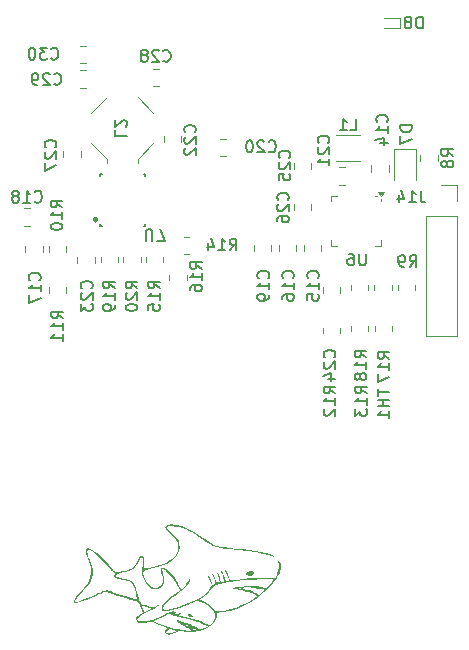
<source format=gbr>
%TF.GenerationSoftware,KiCad,Pcbnew,8.0.3*%
%TF.CreationDate,2024-07-15T22:48:31-04:00*%
%TF.ProjectId,get-a-grip-on-reality,6765742d-612d-4677-9269-702d6f6e2d72,rev?*%
%TF.SameCoordinates,Original*%
%TF.FileFunction,Legend,Bot*%
%TF.FilePolarity,Positive*%
%FSLAX46Y46*%
G04 Gerber Fmt 4.6, Leading zero omitted, Abs format (unit mm)*
G04 Created by KiCad (PCBNEW 8.0.3) date 2024-07-15 22:48:31*
%MOMM*%
%LPD*%
G01*
G04 APERTURE LIST*
%ADD10C,0.150000*%
%ADD11C,0.300000*%
%ADD12C,0.120000*%
%ADD13C,0.000000*%
%ADD14C,0.250000*%
G04 APERTURE END LIST*
D10*
X100959580Y-64757142D02*
X101007200Y-64709523D01*
X101007200Y-64709523D02*
X101054819Y-64566666D01*
X101054819Y-64566666D02*
X101054819Y-64471428D01*
X101054819Y-64471428D02*
X101007200Y-64328571D01*
X101007200Y-64328571D02*
X100911961Y-64233333D01*
X100911961Y-64233333D02*
X100816723Y-64185714D01*
X100816723Y-64185714D02*
X100626247Y-64138095D01*
X100626247Y-64138095D02*
X100483390Y-64138095D01*
X100483390Y-64138095D02*
X100292914Y-64185714D01*
X100292914Y-64185714D02*
X100197676Y-64233333D01*
X100197676Y-64233333D02*
X100102438Y-64328571D01*
X100102438Y-64328571D02*
X100054819Y-64471428D01*
X100054819Y-64471428D02*
X100054819Y-64566666D01*
X100054819Y-64566666D02*
X100102438Y-64709523D01*
X100102438Y-64709523D02*
X100150057Y-64757142D01*
X100150057Y-65138095D02*
X100102438Y-65185714D01*
X100102438Y-65185714D02*
X100054819Y-65280952D01*
X100054819Y-65280952D02*
X100054819Y-65519047D01*
X100054819Y-65519047D02*
X100102438Y-65614285D01*
X100102438Y-65614285D02*
X100150057Y-65661904D01*
X100150057Y-65661904D02*
X100245295Y-65709523D01*
X100245295Y-65709523D02*
X100340533Y-65709523D01*
X100340533Y-65709523D02*
X100483390Y-65661904D01*
X100483390Y-65661904D02*
X101054819Y-65090476D01*
X101054819Y-65090476D02*
X101054819Y-65709523D01*
X100054819Y-66042857D02*
X100054819Y-66661904D01*
X100054819Y-66661904D02*
X100435771Y-66328571D01*
X100435771Y-66328571D02*
X100435771Y-66471428D01*
X100435771Y-66471428D02*
X100483390Y-66566666D01*
X100483390Y-66566666D02*
X100531009Y-66614285D01*
X100531009Y-66614285D02*
X100626247Y-66661904D01*
X100626247Y-66661904D02*
X100864342Y-66661904D01*
X100864342Y-66661904D02*
X100959580Y-66614285D01*
X100959580Y-66614285D02*
X101007200Y-66566666D01*
X101007200Y-66566666D02*
X101054819Y-66471428D01*
X101054819Y-66471428D02*
X101054819Y-66185714D01*
X101054819Y-66185714D02*
X101007200Y-66090476D01*
X101007200Y-66090476D02*
X100959580Y-66042857D01*
X124279819Y-73652142D02*
X123803628Y-73318809D01*
X124279819Y-73080714D02*
X123279819Y-73080714D01*
X123279819Y-73080714D02*
X123279819Y-73461666D01*
X123279819Y-73461666D02*
X123327438Y-73556904D01*
X123327438Y-73556904D02*
X123375057Y-73604523D01*
X123375057Y-73604523D02*
X123470295Y-73652142D01*
X123470295Y-73652142D02*
X123613152Y-73652142D01*
X123613152Y-73652142D02*
X123708390Y-73604523D01*
X123708390Y-73604523D02*
X123756009Y-73556904D01*
X123756009Y-73556904D02*
X123803628Y-73461666D01*
X123803628Y-73461666D02*
X123803628Y-73080714D01*
X124279819Y-74604523D02*
X124279819Y-74033095D01*
X124279819Y-74318809D02*
X123279819Y-74318809D01*
X123279819Y-74318809D02*
X123422676Y-74223571D01*
X123422676Y-74223571D02*
X123517914Y-74128333D01*
X123517914Y-74128333D02*
X123565533Y-74033095D01*
X123279819Y-74937857D02*
X123279819Y-75556904D01*
X123279819Y-75556904D02*
X123660771Y-75223571D01*
X123660771Y-75223571D02*
X123660771Y-75366428D01*
X123660771Y-75366428D02*
X123708390Y-75461666D01*
X123708390Y-75461666D02*
X123756009Y-75509285D01*
X123756009Y-75509285D02*
X123851247Y-75556904D01*
X123851247Y-75556904D02*
X124089342Y-75556904D01*
X124089342Y-75556904D02*
X124184580Y-75509285D01*
X124184580Y-75509285D02*
X124232200Y-75461666D01*
X124232200Y-75461666D02*
X124279819Y-75366428D01*
X124279819Y-75366428D02*
X124279819Y-75080714D01*
X124279819Y-75080714D02*
X124232200Y-74985476D01*
X124232200Y-74985476D02*
X124184580Y-74937857D01*
X125959580Y-50657142D02*
X126007200Y-50609523D01*
X126007200Y-50609523D02*
X126054819Y-50466666D01*
X126054819Y-50466666D02*
X126054819Y-50371428D01*
X126054819Y-50371428D02*
X126007200Y-50228571D01*
X126007200Y-50228571D02*
X125911961Y-50133333D01*
X125911961Y-50133333D02*
X125816723Y-50085714D01*
X125816723Y-50085714D02*
X125626247Y-50038095D01*
X125626247Y-50038095D02*
X125483390Y-50038095D01*
X125483390Y-50038095D02*
X125292914Y-50085714D01*
X125292914Y-50085714D02*
X125197676Y-50133333D01*
X125197676Y-50133333D02*
X125102438Y-50228571D01*
X125102438Y-50228571D02*
X125054819Y-50371428D01*
X125054819Y-50371428D02*
X125054819Y-50466666D01*
X125054819Y-50466666D02*
X125102438Y-50609523D01*
X125102438Y-50609523D02*
X125150057Y-50657142D01*
X126054819Y-51609523D02*
X126054819Y-51038095D01*
X126054819Y-51323809D02*
X125054819Y-51323809D01*
X125054819Y-51323809D02*
X125197676Y-51228571D01*
X125197676Y-51228571D02*
X125292914Y-51133333D01*
X125292914Y-51133333D02*
X125340533Y-51038095D01*
X125388152Y-52466666D02*
X126054819Y-52466666D01*
X125007200Y-52228571D02*
X125721485Y-51990476D01*
X125721485Y-51990476D02*
X125721485Y-52609523D01*
X121612819Y-73652142D02*
X121136628Y-73318809D01*
X121612819Y-73080714D02*
X120612819Y-73080714D01*
X120612819Y-73080714D02*
X120612819Y-73461666D01*
X120612819Y-73461666D02*
X120660438Y-73556904D01*
X120660438Y-73556904D02*
X120708057Y-73604523D01*
X120708057Y-73604523D02*
X120803295Y-73652142D01*
X120803295Y-73652142D02*
X120946152Y-73652142D01*
X120946152Y-73652142D02*
X121041390Y-73604523D01*
X121041390Y-73604523D02*
X121089009Y-73556904D01*
X121089009Y-73556904D02*
X121136628Y-73461666D01*
X121136628Y-73461666D02*
X121136628Y-73080714D01*
X121612819Y-74604523D02*
X121612819Y-74033095D01*
X121612819Y-74318809D02*
X120612819Y-74318809D01*
X120612819Y-74318809D02*
X120755676Y-74223571D01*
X120755676Y-74223571D02*
X120850914Y-74128333D01*
X120850914Y-74128333D02*
X120898533Y-74033095D01*
X120708057Y-74985476D02*
X120660438Y-75033095D01*
X120660438Y-75033095D02*
X120612819Y-75128333D01*
X120612819Y-75128333D02*
X120612819Y-75366428D01*
X120612819Y-75366428D02*
X120660438Y-75461666D01*
X120660438Y-75461666D02*
X120708057Y-75509285D01*
X120708057Y-75509285D02*
X120803295Y-75556904D01*
X120803295Y-75556904D02*
X120898533Y-75556904D01*
X120898533Y-75556904D02*
X121041390Y-75509285D01*
X121041390Y-75509285D02*
X121612819Y-74937857D01*
X121612819Y-74937857D02*
X121612819Y-75556904D01*
X128990294Y-42745819D02*
X128990294Y-41745819D01*
X128990294Y-41745819D02*
X128752199Y-41745819D01*
X128752199Y-41745819D02*
X128609342Y-41793438D01*
X128609342Y-41793438D02*
X128514104Y-41888676D01*
X128514104Y-41888676D02*
X128466485Y-41983914D01*
X128466485Y-41983914D02*
X128418866Y-42174390D01*
X128418866Y-42174390D02*
X128418866Y-42317247D01*
X128418866Y-42317247D02*
X128466485Y-42507723D01*
X128466485Y-42507723D02*
X128514104Y-42602961D01*
X128514104Y-42602961D02*
X128609342Y-42698200D01*
X128609342Y-42698200D02*
X128752199Y-42745819D01*
X128752199Y-42745819D02*
X128990294Y-42745819D01*
X127847437Y-42174390D02*
X127942675Y-42126771D01*
X127942675Y-42126771D02*
X127990294Y-42079152D01*
X127990294Y-42079152D02*
X128037913Y-41983914D01*
X128037913Y-41983914D02*
X128037913Y-41936295D01*
X128037913Y-41936295D02*
X127990294Y-41841057D01*
X127990294Y-41841057D02*
X127942675Y-41793438D01*
X127942675Y-41793438D02*
X127847437Y-41745819D01*
X127847437Y-41745819D02*
X127656961Y-41745819D01*
X127656961Y-41745819D02*
X127561723Y-41793438D01*
X127561723Y-41793438D02*
X127514104Y-41841057D01*
X127514104Y-41841057D02*
X127466485Y-41936295D01*
X127466485Y-41936295D02*
X127466485Y-41983914D01*
X127466485Y-41983914D02*
X127514104Y-42079152D01*
X127514104Y-42079152D02*
X127561723Y-42126771D01*
X127561723Y-42126771D02*
X127656961Y-42174390D01*
X127656961Y-42174390D02*
X127847437Y-42174390D01*
X127847437Y-42174390D02*
X127942675Y-42222009D01*
X127942675Y-42222009D02*
X127990294Y-42269628D01*
X127990294Y-42269628D02*
X128037913Y-42364866D01*
X128037913Y-42364866D02*
X128037913Y-42555342D01*
X128037913Y-42555342D02*
X127990294Y-42650580D01*
X127990294Y-42650580D02*
X127942675Y-42698200D01*
X127942675Y-42698200D02*
X127847437Y-42745819D01*
X127847437Y-42745819D02*
X127656961Y-42745819D01*
X127656961Y-42745819D02*
X127561723Y-42698200D01*
X127561723Y-42698200D02*
X127514104Y-42650580D01*
X127514104Y-42650580D02*
X127466485Y-42555342D01*
X127466485Y-42555342D02*
X127466485Y-42364866D01*
X127466485Y-42364866D02*
X127514104Y-42269628D01*
X127514104Y-42269628D02*
X127561723Y-42222009D01*
X127561723Y-42222009D02*
X127656961Y-42174390D01*
X97895580Y-52824142D02*
X97943200Y-52776523D01*
X97943200Y-52776523D02*
X97990819Y-52633666D01*
X97990819Y-52633666D02*
X97990819Y-52538428D01*
X97990819Y-52538428D02*
X97943200Y-52395571D01*
X97943200Y-52395571D02*
X97847961Y-52300333D01*
X97847961Y-52300333D02*
X97752723Y-52252714D01*
X97752723Y-52252714D02*
X97562247Y-52205095D01*
X97562247Y-52205095D02*
X97419390Y-52205095D01*
X97419390Y-52205095D02*
X97228914Y-52252714D01*
X97228914Y-52252714D02*
X97133676Y-52300333D01*
X97133676Y-52300333D02*
X97038438Y-52395571D01*
X97038438Y-52395571D02*
X96990819Y-52538428D01*
X96990819Y-52538428D02*
X96990819Y-52633666D01*
X96990819Y-52633666D02*
X97038438Y-52776523D01*
X97038438Y-52776523D02*
X97086057Y-52824142D01*
X97086057Y-53205095D02*
X97038438Y-53252714D01*
X97038438Y-53252714D02*
X96990819Y-53347952D01*
X96990819Y-53347952D02*
X96990819Y-53586047D01*
X96990819Y-53586047D02*
X97038438Y-53681285D01*
X97038438Y-53681285D02*
X97086057Y-53728904D01*
X97086057Y-53728904D02*
X97181295Y-53776523D01*
X97181295Y-53776523D02*
X97276533Y-53776523D01*
X97276533Y-53776523D02*
X97419390Y-53728904D01*
X97419390Y-53728904D02*
X97990819Y-53157476D01*
X97990819Y-53157476D02*
X97990819Y-53776523D01*
X96990819Y-54109857D02*
X96990819Y-54776523D01*
X96990819Y-54776523D02*
X97990819Y-54347952D01*
D11*
D10*
X98574819Y-67302142D02*
X98098628Y-66968809D01*
X98574819Y-66730714D02*
X97574819Y-66730714D01*
X97574819Y-66730714D02*
X97574819Y-67111666D01*
X97574819Y-67111666D02*
X97622438Y-67206904D01*
X97622438Y-67206904D02*
X97670057Y-67254523D01*
X97670057Y-67254523D02*
X97765295Y-67302142D01*
X97765295Y-67302142D02*
X97908152Y-67302142D01*
X97908152Y-67302142D02*
X98003390Y-67254523D01*
X98003390Y-67254523D02*
X98051009Y-67206904D01*
X98051009Y-67206904D02*
X98098628Y-67111666D01*
X98098628Y-67111666D02*
X98098628Y-66730714D01*
X98574819Y-68254523D02*
X98574819Y-67683095D01*
X98574819Y-67968809D02*
X97574819Y-67968809D01*
X97574819Y-67968809D02*
X97717676Y-67873571D01*
X97717676Y-67873571D02*
X97812914Y-67778333D01*
X97812914Y-67778333D02*
X97860533Y-67683095D01*
X98574819Y-69206904D02*
X98574819Y-68635476D01*
X98574819Y-68921190D02*
X97574819Y-68921190D01*
X97574819Y-68921190D02*
X97717676Y-68825952D01*
X97717676Y-68825952D02*
X97812914Y-68730714D01*
X97812914Y-68730714D02*
X97860533Y-68635476D01*
X126184819Y-70731142D02*
X125708628Y-70397809D01*
X126184819Y-70159714D02*
X125184819Y-70159714D01*
X125184819Y-70159714D02*
X125184819Y-70540666D01*
X125184819Y-70540666D02*
X125232438Y-70635904D01*
X125232438Y-70635904D02*
X125280057Y-70683523D01*
X125280057Y-70683523D02*
X125375295Y-70731142D01*
X125375295Y-70731142D02*
X125518152Y-70731142D01*
X125518152Y-70731142D02*
X125613390Y-70683523D01*
X125613390Y-70683523D02*
X125661009Y-70635904D01*
X125661009Y-70635904D02*
X125708628Y-70540666D01*
X125708628Y-70540666D02*
X125708628Y-70159714D01*
X126184819Y-71683523D02*
X126184819Y-71112095D01*
X126184819Y-71397809D02*
X125184819Y-71397809D01*
X125184819Y-71397809D02*
X125327676Y-71302571D01*
X125327676Y-71302571D02*
X125422914Y-71207333D01*
X125422914Y-71207333D02*
X125470533Y-71112095D01*
X125184819Y-72016857D02*
X125184819Y-72683523D01*
X125184819Y-72683523D02*
X126184819Y-72254952D01*
X121009580Y-52443142D02*
X121057200Y-52395523D01*
X121057200Y-52395523D02*
X121104819Y-52252666D01*
X121104819Y-52252666D02*
X121104819Y-52157428D01*
X121104819Y-52157428D02*
X121057200Y-52014571D01*
X121057200Y-52014571D02*
X120961961Y-51919333D01*
X120961961Y-51919333D02*
X120866723Y-51871714D01*
X120866723Y-51871714D02*
X120676247Y-51824095D01*
X120676247Y-51824095D02*
X120533390Y-51824095D01*
X120533390Y-51824095D02*
X120342914Y-51871714D01*
X120342914Y-51871714D02*
X120247676Y-51919333D01*
X120247676Y-51919333D02*
X120152438Y-52014571D01*
X120152438Y-52014571D02*
X120104819Y-52157428D01*
X120104819Y-52157428D02*
X120104819Y-52252666D01*
X120104819Y-52252666D02*
X120152438Y-52395523D01*
X120152438Y-52395523D02*
X120200057Y-52443142D01*
X120200057Y-52824095D02*
X120152438Y-52871714D01*
X120152438Y-52871714D02*
X120104819Y-52966952D01*
X120104819Y-52966952D02*
X120104819Y-53205047D01*
X120104819Y-53205047D02*
X120152438Y-53300285D01*
X120152438Y-53300285D02*
X120200057Y-53347904D01*
X120200057Y-53347904D02*
X120295295Y-53395523D01*
X120295295Y-53395523D02*
X120390533Y-53395523D01*
X120390533Y-53395523D02*
X120533390Y-53347904D01*
X120533390Y-53347904D02*
X121104819Y-52776476D01*
X121104819Y-52776476D02*
X121104819Y-53395523D01*
X121104819Y-54347904D02*
X121104819Y-53776476D01*
X121104819Y-54062190D02*
X120104819Y-54062190D01*
X120104819Y-54062190D02*
X120247676Y-53966952D01*
X120247676Y-53966952D02*
X120342914Y-53871714D01*
X120342914Y-53871714D02*
X120390533Y-53776476D01*
X104854819Y-64757142D02*
X104378628Y-64423809D01*
X104854819Y-64185714D02*
X103854819Y-64185714D01*
X103854819Y-64185714D02*
X103854819Y-64566666D01*
X103854819Y-64566666D02*
X103902438Y-64661904D01*
X103902438Y-64661904D02*
X103950057Y-64709523D01*
X103950057Y-64709523D02*
X104045295Y-64757142D01*
X104045295Y-64757142D02*
X104188152Y-64757142D01*
X104188152Y-64757142D02*
X104283390Y-64709523D01*
X104283390Y-64709523D02*
X104331009Y-64661904D01*
X104331009Y-64661904D02*
X104378628Y-64566666D01*
X104378628Y-64566666D02*
X104378628Y-64185714D01*
X103950057Y-65138095D02*
X103902438Y-65185714D01*
X103902438Y-65185714D02*
X103854819Y-65280952D01*
X103854819Y-65280952D02*
X103854819Y-65519047D01*
X103854819Y-65519047D02*
X103902438Y-65614285D01*
X103902438Y-65614285D02*
X103950057Y-65661904D01*
X103950057Y-65661904D02*
X104045295Y-65709523D01*
X104045295Y-65709523D02*
X104140533Y-65709523D01*
X104140533Y-65709523D02*
X104283390Y-65661904D01*
X104283390Y-65661904D02*
X104854819Y-65090476D01*
X104854819Y-65090476D02*
X104854819Y-65709523D01*
X103854819Y-66328571D02*
X103854819Y-66423809D01*
X103854819Y-66423809D02*
X103902438Y-66519047D01*
X103902438Y-66519047D02*
X103950057Y-66566666D01*
X103950057Y-66566666D02*
X104045295Y-66614285D01*
X104045295Y-66614285D02*
X104235771Y-66661904D01*
X104235771Y-66661904D02*
X104473866Y-66661904D01*
X104473866Y-66661904D02*
X104664342Y-66614285D01*
X104664342Y-66614285D02*
X104759580Y-66566666D01*
X104759580Y-66566666D02*
X104807200Y-66519047D01*
X104807200Y-66519047D02*
X104854819Y-66423809D01*
X104854819Y-66423809D02*
X104854819Y-66328571D01*
X104854819Y-66328571D02*
X104807200Y-66233333D01*
X104807200Y-66233333D02*
X104759580Y-66185714D01*
X104759580Y-66185714D02*
X104664342Y-66138095D01*
X104664342Y-66138095D02*
X104473866Y-66090476D01*
X104473866Y-66090476D02*
X104235771Y-66090476D01*
X104235771Y-66090476D02*
X104045295Y-66138095D01*
X104045295Y-66138095D02*
X103950057Y-66185714D01*
X103950057Y-66185714D02*
X103902438Y-66233333D01*
X103902438Y-66233333D02*
X103854819Y-66328571D01*
X96559580Y-64057142D02*
X96607200Y-64009523D01*
X96607200Y-64009523D02*
X96654819Y-63866666D01*
X96654819Y-63866666D02*
X96654819Y-63771428D01*
X96654819Y-63771428D02*
X96607200Y-63628571D01*
X96607200Y-63628571D02*
X96511961Y-63533333D01*
X96511961Y-63533333D02*
X96416723Y-63485714D01*
X96416723Y-63485714D02*
X96226247Y-63438095D01*
X96226247Y-63438095D02*
X96083390Y-63438095D01*
X96083390Y-63438095D02*
X95892914Y-63485714D01*
X95892914Y-63485714D02*
X95797676Y-63533333D01*
X95797676Y-63533333D02*
X95702438Y-63628571D01*
X95702438Y-63628571D02*
X95654819Y-63771428D01*
X95654819Y-63771428D02*
X95654819Y-63866666D01*
X95654819Y-63866666D02*
X95702438Y-64009523D01*
X95702438Y-64009523D02*
X95750057Y-64057142D01*
X96654819Y-65009523D02*
X96654819Y-64438095D01*
X96654819Y-64723809D02*
X95654819Y-64723809D01*
X95654819Y-64723809D02*
X95797676Y-64628571D01*
X95797676Y-64628571D02*
X95892914Y-64533333D01*
X95892914Y-64533333D02*
X95940533Y-64438095D01*
X95654819Y-65342857D02*
X95654819Y-66009523D01*
X95654819Y-66009523D02*
X96654819Y-65580952D01*
X120116980Y-63882242D02*
X120164600Y-63834623D01*
X120164600Y-63834623D02*
X120212219Y-63691766D01*
X120212219Y-63691766D02*
X120212219Y-63596528D01*
X120212219Y-63596528D02*
X120164600Y-63453671D01*
X120164600Y-63453671D02*
X120069361Y-63358433D01*
X120069361Y-63358433D02*
X119974123Y-63310814D01*
X119974123Y-63310814D02*
X119783647Y-63263195D01*
X119783647Y-63263195D02*
X119640790Y-63263195D01*
X119640790Y-63263195D02*
X119450314Y-63310814D01*
X119450314Y-63310814D02*
X119355076Y-63358433D01*
X119355076Y-63358433D02*
X119259838Y-63453671D01*
X119259838Y-63453671D02*
X119212219Y-63596528D01*
X119212219Y-63596528D02*
X119212219Y-63691766D01*
X119212219Y-63691766D02*
X119259838Y-63834623D01*
X119259838Y-63834623D02*
X119307457Y-63882242D01*
X120212219Y-64834623D02*
X120212219Y-64263195D01*
X120212219Y-64548909D02*
X119212219Y-64548909D01*
X119212219Y-64548909D02*
X119355076Y-64453671D01*
X119355076Y-64453671D02*
X119450314Y-64358433D01*
X119450314Y-64358433D02*
X119497933Y-64263195D01*
X119212219Y-65739385D02*
X119212219Y-65263195D01*
X119212219Y-65263195D02*
X119688409Y-65215576D01*
X119688409Y-65215576D02*
X119640790Y-65263195D01*
X119640790Y-65263195D02*
X119593171Y-65358433D01*
X119593171Y-65358433D02*
X119593171Y-65596528D01*
X119593171Y-65596528D02*
X119640790Y-65691766D01*
X119640790Y-65691766D02*
X119688409Y-65739385D01*
X119688409Y-65739385D02*
X119783647Y-65787004D01*
X119783647Y-65787004D02*
X120021742Y-65787004D01*
X120021742Y-65787004D02*
X120116980Y-65739385D01*
X120116980Y-65739385D02*
X120164600Y-65691766D01*
X120164600Y-65691766D02*
X120212219Y-65596528D01*
X120212219Y-65596528D02*
X120212219Y-65358433D01*
X120212219Y-65358433D02*
X120164600Y-65263195D01*
X120164600Y-65263195D02*
X120116980Y-65215576D01*
X107042857Y-45459580D02*
X107090476Y-45507200D01*
X107090476Y-45507200D02*
X107233333Y-45554819D01*
X107233333Y-45554819D02*
X107328571Y-45554819D01*
X107328571Y-45554819D02*
X107471428Y-45507200D01*
X107471428Y-45507200D02*
X107566666Y-45411961D01*
X107566666Y-45411961D02*
X107614285Y-45316723D01*
X107614285Y-45316723D02*
X107661904Y-45126247D01*
X107661904Y-45126247D02*
X107661904Y-44983390D01*
X107661904Y-44983390D02*
X107614285Y-44792914D01*
X107614285Y-44792914D02*
X107566666Y-44697676D01*
X107566666Y-44697676D02*
X107471428Y-44602438D01*
X107471428Y-44602438D02*
X107328571Y-44554819D01*
X107328571Y-44554819D02*
X107233333Y-44554819D01*
X107233333Y-44554819D02*
X107090476Y-44602438D01*
X107090476Y-44602438D02*
X107042857Y-44650057D01*
X106661904Y-44650057D02*
X106614285Y-44602438D01*
X106614285Y-44602438D02*
X106519047Y-44554819D01*
X106519047Y-44554819D02*
X106280952Y-44554819D01*
X106280952Y-44554819D02*
X106185714Y-44602438D01*
X106185714Y-44602438D02*
X106138095Y-44650057D01*
X106138095Y-44650057D02*
X106090476Y-44745295D01*
X106090476Y-44745295D02*
X106090476Y-44840533D01*
X106090476Y-44840533D02*
X106138095Y-44983390D01*
X106138095Y-44983390D02*
X106709523Y-45554819D01*
X106709523Y-45554819D02*
X106090476Y-45554819D01*
X105519047Y-44983390D02*
X105614285Y-44935771D01*
X105614285Y-44935771D02*
X105661904Y-44888152D01*
X105661904Y-44888152D02*
X105709523Y-44792914D01*
X105709523Y-44792914D02*
X105709523Y-44745295D01*
X105709523Y-44745295D02*
X105661904Y-44650057D01*
X105661904Y-44650057D02*
X105614285Y-44602438D01*
X105614285Y-44602438D02*
X105519047Y-44554819D01*
X105519047Y-44554819D02*
X105328571Y-44554819D01*
X105328571Y-44554819D02*
X105233333Y-44602438D01*
X105233333Y-44602438D02*
X105185714Y-44650057D01*
X105185714Y-44650057D02*
X105138095Y-44745295D01*
X105138095Y-44745295D02*
X105138095Y-44792914D01*
X105138095Y-44792914D02*
X105185714Y-44888152D01*
X105185714Y-44888152D02*
X105233333Y-44935771D01*
X105233333Y-44935771D02*
X105328571Y-44983390D01*
X105328571Y-44983390D02*
X105519047Y-44983390D01*
X105519047Y-44983390D02*
X105614285Y-45031009D01*
X105614285Y-45031009D02*
X105661904Y-45078628D01*
X105661904Y-45078628D02*
X105709523Y-45173866D01*
X105709523Y-45173866D02*
X105709523Y-45364342D01*
X105709523Y-45364342D02*
X105661904Y-45459580D01*
X105661904Y-45459580D02*
X105614285Y-45507200D01*
X105614285Y-45507200D02*
X105519047Y-45554819D01*
X105519047Y-45554819D02*
X105328571Y-45554819D01*
X105328571Y-45554819D02*
X105233333Y-45507200D01*
X105233333Y-45507200D02*
X105185714Y-45459580D01*
X105185714Y-45459580D02*
X105138095Y-45364342D01*
X105138095Y-45364342D02*
X105138095Y-45173866D01*
X105138095Y-45173866D02*
X105185714Y-45078628D01*
X105185714Y-45078628D02*
X105233333Y-45031009D01*
X105233333Y-45031009D02*
X105328571Y-44983390D01*
X124232753Y-70604142D02*
X123756562Y-70270809D01*
X124232753Y-70032714D02*
X123232753Y-70032714D01*
X123232753Y-70032714D02*
X123232753Y-70413666D01*
X123232753Y-70413666D02*
X123280372Y-70508904D01*
X123280372Y-70508904D02*
X123327991Y-70556523D01*
X123327991Y-70556523D02*
X123423229Y-70604142D01*
X123423229Y-70604142D02*
X123566086Y-70604142D01*
X123566086Y-70604142D02*
X123661324Y-70556523D01*
X123661324Y-70556523D02*
X123708943Y-70508904D01*
X123708943Y-70508904D02*
X123756562Y-70413666D01*
X123756562Y-70413666D02*
X123756562Y-70032714D01*
X124232753Y-71556523D02*
X124232753Y-70985095D01*
X124232753Y-71270809D02*
X123232753Y-71270809D01*
X123232753Y-71270809D02*
X123375610Y-71175571D01*
X123375610Y-71175571D02*
X123470848Y-71080333D01*
X123470848Y-71080333D02*
X123518467Y-70985095D01*
X123661324Y-72127952D02*
X123613705Y-72032714D01*
X123613705Y-72032714D02*
X123566086Y-71985095D01*
X123566086Y-71985095D02*
X123470848Y-71937476D01*
X123470848Y-71937476D02*
X123423229Y-71937476D01*
X123423229Y-71937476D02*
X123327991Y-71985095D01*
X123327991Y-71985095D02*
X123280372Y-72032714D01*
X123280372Y-72032714D02*
X123232753Y-72127952D01*
X123232753Y-72127952D02*
X123232753Y-72318428D01*
X123232753Y-72318428D02*
X123280372Y-72413666D01*
X123280372Y-72413666D02*
X123327991Y-72461285D01*
X123327991Y-72461285D02*
X123423229Y-72508904D01*
X123423229Y-72508904D02*
X123470848Y-72508904D01*
X123470848Y-72508904D02*
X123566086Y-72461285D01*
X123566086Y-72461285D02*
X123613705Y-72413666D01*
X123613705Y-72413666D02*
X123661324Y-72318428D01*
X123661324Y-72318428D02*
X123661324Y-72127952D01*
X123661324Y-72127952D02*
X123708943Y-72032714D01*
X123708943Y-72032714D02*
X123756562Y-71985095D01*
X123756562Y-71985095D02*
X123851800Y-71937476D01*
X123851800Y-71937476D02*
X124042276Y-71937476D01*
X124042276Y-71937476D02*
X124137514Y-71985095D01*
X124137514Y-71985095D02*
X124185134Y-72032714D01*
X124185134Y-72032714D02*
X124232753Y-72127952D01*
X124232753Y-72127952D02*
X124232753Y-72318428D01*
X124232753Y-72318428D02*
X124185134Y-72413666D01*
X124185134Y-72413666D02*
X124137514Y-72461285D01*
X124137514Y-72461285D02*
X124042276Y-72508904D01*
X124042276Y-72508904D02*
X123851800Y-72508904D01*
X123851800Y-72508904D02*
X123756562Y-72461285D01*
X123756562Y-72461285D02*
X123708943Y-72413666D01*
X123708943Y-72413666D02*
X123661324Y-72318428D01*
X122848666Y-51381819D02*
X123324856Y-51381819D01*
X123324856Y-51381819D02*
X123324856Y-50381819D01*
X121991523Y-51381819D02*
X122562951Y-51381819D01*
X122277237Y-51381819D02*
X122277237Y-50381819D01*
X122277237Y-50381819D02*
X122372475Y-50524676D01*
X122372475Y-50524676D02*
X122467713Y-50619914D01*
X122467713Y-50619914D02*
X122562951Y-50667533D01*
X97792857Y-47419580D02*
X97840476Y-47467200D01*
X97840476Y-47467200D02*
X97983333Y-47514819D01*
X97983333Y-47514819D02*
X98078571Y-47514819D01*
X98078571Y-47514819D02*
X98221428Y-47467200D01*
X98221428Y-47467200D02*
X98316666Y-47371961D01*
X98316666Y-47371961D02*
X98364285Y-47276723D01*
X98364285Y-47276723D02*
X98411904Y-47086247D01*
X98411904Y-47086247D02*
X98411904Y-46943390D01*
X98411904Y-46943390D02*
X98364285Y-46752914D01*
X98364285Y-46752914D02*
X98316666Y-46657676D01*
X98316666Y-46657676D02*
X98221428Y-46562438D01*
X98221428Y-46562438D02*
X98078571Y-46514819D01*
X98078571Y-46514819D02*
X97983333Y-46514819D01*
X97983333Y-46514819D02*
X97840476Y-46562438D01*
X97840476Y-46562438D02*
X97792857Y-46610057D01*
X97411904Y-46610057D02*
X97364285Y-46562438D01*
X97364285Y-46562438D02*
X97269047Y-46514819D01*
X97269047Y-46514819D02*
X97030952Y-46514819D01*
X97030952Y-46514819D02*
X96935714Y-46562438D01*
X96935714Y-46562438D02*
X96888095Y-46610057D01*
X96888095Y-46610057D02*
X96840476Y-46705295D01*
X96840476Y-46705295D02*
X96840476Y-46800533D01*
X96840476Y-46800533D02*
X96888095Y-46943390D01*
X96888095Y-46943390D02*
X97459523Y-47514819D01*
X97459523Y-47514819D02*
X96840476Y-47514819D01*
X96364285Y-47514819D02*
X96173809Y-47514819D01*
X96173809Y-47514819D02*
X96078571Y-47467200D01*
X96078571Y-47467200D02*
X96030952Y-47419580D01*
X96030952Y-47419580D02*
X95935714Y-47276723D01*
X95935714Y-47276723D02*
X95888095Y-47086247D01*
X95888095Y-47086247D02*
X95888095Y-46705295D01*
X95888095Y-46705295D02*
X95935714Y-46610057D01*
X95935714Y-46610057D02*
X95983333Y-46562438D01*
X95983333Y-46562438D02*
X96078571Y-46514819D01*
X96078571Y-46514819D02*
X96269047Y-46514819D01*
X96269047Y-46514819D02*
X96364285Y-46562438D01*
X96364285Y-46562438D02*
X96411904Y-46610057D01*
X96411904Y-46610057D02*
X96459523Y-46705295D01*
X96459523Y-46705295D02*
X96459523Y-46943390D01*
X96459523Y-46943390D02*
X96411904Y-47038628D01*
X96411904Y-47038628D02*
X96364285Y-47086247D01*
X96364285Y-47086247D02*
X96269047Y-47133866D01*
X96269047Y-47133866D02*
X96078571Y-47133866D01*
X96078571Y-47133866D02*
X95983333Y-47086247D01*
X95983333Y-47086247D02*
X95935714Y-47038628D01*
X95935714Y-47038628D02*
X95888095Y-46943390D01*
X121517580Y-70604142D02*
X121565200Y-70556523D01*
X121565200Y-70556523D02*
X121612819Y-70413666D01*
X121612819Y-70413666D02*
X121612819Y-70318428D01*
X121612819Y-70318428D02*
X121565200Y-70175571D01*
X121565200Y-70175571D02*
X121469961Y-70080333D01*
X121469961Y-70080333D02*
X121374723Y-70032714D01*
X121374723Y-70032714D02*
X121184247Y-69985095D01*
X121184247Y-69985095D02*
X121041390Y-69985095D01*
X121041390Y-69985095D02*
X120850914Y-70032714D01*
X120850914Y-70032714D02*
X120755676Y-70080333D01*
X120755676Y-70080333D02*
X120660438Y-70175571D01*
X120660438Y-70175571D02*
X120612819Y-70318428D01*
X120612819Y-70318428D02*
X120612819Y-70413666D01*
X120612819Y-70413666D02*
X120660438Y-70556523D01*
X120660438Y-70556523D02*
X120708057Y-70604142D01*
X120708057Y-70985095D02*
X120660438Y-71032714D01*
X120660438Y-71032714D02*
X120612819Y-71127952D01*
X120612819Y-71127952D02*
X120612819Y-71366047D01*
X120612819Y-71366047D02*
X120660438Y-71461285D01*
X120660438Y-71461285D02*
X120708057Y-71508904D01*
X120708057Y-71508904D02*
X120803295Y-71556523D01*
X120803295Y-71556523D02*
X120898533Y-71556523D01*
X120898533Y-71556523D02*
X121041390Y-71508904D01*
X121041390Y-71508904D02*
X121612819Y-70937476D01*
X121612819Y-70937476D02*
X121612819Y-71556523D01*
X120946152Y-72413666D02*
X121612819Y-72413666D01*
X120565200Y-72175571D02*
X121279485Y-71937476D01*
X121279485Y-71937476D02*
X121279485Y-72556523D01*
X128089819Y-50950905D02*
X127089819Y-50950905D01*
X127089819Y-50950905D02*
X127089819Y-51189000D01*
X127089819Y-51189000D02*
X127137438Y-51331857D01*
X127137438Y-51331857D02*
X127232676Y-51427095D01*
X127232676Y-51427095D02*
X127327914Y-51474714D01*
X127327914Y-51474714D02*
X127518390Y-51522333D01*
X127518390Y-51522333D02*
X127661247Y-51522333D01*
X127661247Y-51522333D02*
X127851723Y-51474714D01*
X127851723Y-51474714D02*
X127946961Y-51427095D01*
X127946961Y-51427095D02*
X128042200Y-51331857D01*
X128042200Y-51331857D02*
X128089819Y-51189000D01*
X128089819Y-51189000D02*
X128089819Y-50950905D01*
X127089819Y-51855667D02*
X127089819Y-52522333D01*
X127089819Y-52522333D02*
X128089819Y-52093762D01*
X112656857Y-61541819D02*
X112990190Y-61065628D01*
X113228285Y-61541819D02*
X113228285Y-60541819D01*
X113228285Y-60541819D02*
X112847333Y-60541819D01*
X112847333Y-60541819D02*
X112752095Y-60589438D01*
X112752095Y-60589438D02*
X112704476Y-60637057D01*
X112704476Y-60637057D02*
X112656857Y-60732295D01*
X112656857Y-60732295D02*
X112656857Y-60875152D01*
X112656857Y-60875152D02*
X112704476Y-60970390D01*
X112704476Y-60970390D02*
X112752095Y-61018009D01*
X112752095Y-61018009D02*
X112847333Y-61065628D01*
X112847333Y-61065628D02*
X113228285Y-61065628D01*
X111704476Y-61541819D02*
X112275904Y-61541819D01*
X111990190Y-61541819D02*
X111990190Y-60541819D01*
X111990190Y-60541819D02*
X112085428Y-60684676D01*
X112085428Y-60684676D02*
X112180666Y-60779914D01*
X112180666Y-60779914D02*
X112275904Y-60827533D01*
X110847333Y-60875152D02*
X110847333Y-61541819D01*
X111085428Y-60494200D02*
X111323523Y-61208485D01*
X111323523Y-61208485D02*
X110704476Y-61208485D01*
X110309819Y-63111142D02*
X109833628Y-62777809D01*
X110309819Y-62539714D02*
X109309819Y-62539714D01*
X109309819Y-62539714D02*
X109309819Y-62920666D01*
X109309819Y-62920666D02*
X109357438Y-63015904D01*
X109357438Y-63015904D02*
X109405057Y-63063523D01*
X109405057Y-63063523D02*
X109500295Y-63111142D01*
X109500295Y-63111142D02*
X109643152Y-63111142D01*
X109643152Y-63111142D02*
X109738390Y-63063523D01*
X109738390Y-63063523D02*
X109786009Y-63015904D01*
X109786009Y-63015904D02*
X109833628Y-62920666D01*
X109833628Y-62920666D02*
X109833628Y-62539714D01*
X110309819Y-64063523D02*
X110309819Y-63492095D01*
X110309819Y-63777809D02*
X109309819Y-63777809D01*
X109309819Y-63777809D02*
X109452676Y-63682571D01*
X109452676Y-63682571D02*
X109547914Y-63587333D01*
X109547914Y-63587333D02*
X109595533Y-63492095D01*
X109309819Y-64920666D02*
X109309819Y-64730190D01*
X109309819Y-64730190D02*
X109357438Y-64634952D01*
X109357438Y-64634952D02*
X109405057Y-64587333D01*
X109405057Y-64587333D02*
X109547914Y-64492095D01*
X109547914Y-64492095D02*
X109738390Y-64444476D01*
X109738390Y-64444476D02*
X110119342Y-64444476D01*
X110119342Y-64444476D02*
X110214580Y-64492095D01*
X110214580Y-64492095D02*
X110262200Y-64539714D01*
X110262200Y-64539714D02*
X110309819Y-64634952D01*
X110309819Y-64634952D02*
X110309819Y-64825428D01*
X110309819Y-64825428D02*
X110262200Y-64920666D01*
X110262200Y-64920666D02*
X110214580Y-64968285D01*
X110214580Y-64968285D02*
X110119342Y-65015904D01*
X110119342Y-65015904D02*
X109881247Y-65015904D01*
X109881247Y-65015904D02*
X109786009Y-64968285D01*
X109786009Y-64968285D02*
X109738390Y-64920666D01*
X109738390Y-64920666D02*
X109690771Y-64825428D01*
X109690771Y-64825428D02*
X109690771Y-64634952D01*
X109690771Y-64634952D02*
X109738390Y-64539714D01*
X109738390Y-64539714D02*
X109786009Y-64492095D01*
X109786009Y-64492095D02*
X109881247Y-64444476D01*
X98498819Y-57904142D02*
X98022628Y-57570809D01*
X98498819Y-57332714D02*
X97498819Y-57332714D01*
X97498819Y-57332714D02*
X97498819Y-57713666D01*
X97498819Y-57713666D02*
X97546438Y-57808904D01*
X97546438Y-57808904D02*
X97594057Y-57856523D01*
X97594057Y-57856523D02*
X97689295Y-57904142D01*
X97689295Y-57904142D02*
X97832152Y-57904142D01*
X97832152Y-57904142D02*
X97927390Y-57856523D01*
X97927390Y-57856523D02*
X97975009Y-57808904D01*
X97975009Y-57808904D02*
X98022628Y-57713666D01*
X98022628Y-57713666D02*
X98022628Y-57332714D01*
X98498819Y-58856523D02*
X98498819Y-58285095D01*
X98498819Y-58570809D02*
X97498819Y-58570809D01*
X97498819Y-58570809D02*
X97641676Y-58475571D01*
X97641676Y-58475571D02*
X97736914Y-58380333D01*
X97736914Y-58380333D02*
X97784533Y-58285095D01*
X97498819Y-59475571D02*
X97498819Y-59570809D01*
X97498819Y-59570809D02*
X97546438Y-59666047D01*
X97546438Y-59666047D02*
X97594057Y-59713666D01*
X97594057Y-59713666D02*
X97689295Y-59761285D01*
X97689295Y-59761285D02*
X97879771Y-59808904D01*
X97879771Y-59808904D02*
X98117866Y-59808904D01*
X98117866Y-59808904D02*
X98308342Y-59761285D01*
X98308342Y-59761285D02*
X98403580Y-59713666D01*
X98403580Y-59713666D02*
X98451200Y-59666047D01*
X98451200Y-59666047D02*
X98498819Y-59570809D01*
X98498819Y-59570809D02*
X98498819Y-59475571D01*
X98498819Y-59475571D02*
X98451200Y-59380333D01*
X98451200Y-59380333D02*
X98403580Y-59332714D01*
X98403580Y-59332714D02*
X98308342Y-59285095D01*
X98308342Y-59285095D02*
X98117866Y-59237476D01*
X98117866Y-59237476D02*
X97879771Y-59237476D01*
X97879771Y-59237476D02*
X97689295Y-59285095D01*
X97689295Y-59285095D02*
X97594057Y-59332714D01*
X97594057Y-59332714D02*
X97546438Y-59380333D01*
X97546438Y-59380333D02*
X97498819Y-59475571D01*
X117580580Y-57269142D02*
X117628200Y-57221523D01*
X117628200Y-57221523D02*
X117675819Y-57078666D01*
X117675819Y-57078666D02*
X117675819Y-56983428D01*
X117675819Y-56983428D02*
X117628200Y-56840571D01*
X117628200Y-56840571D02*
X117532961Y-56745333D01*
X117532961Y-56745333D02*
X117437723Y-56697714D01*
X117437723Y-56697714D02*
X117247247Y-56650095D01*
X117247247Y-56650095D02*
X117104390Y-56650095D01*
X117104390Y-56650095D02*
X116913914Y-56697714D01*
X116913914Y-56697714D02*
X116818676Y-56745333D01*
X116818676Y-56745333D02*
X116723438Y-56840571D01*
X116723438Y-56840571D02*
X116675819Y-56983428D01*
X116675819Y-56983428D02*
X116675819Y-57078666D01*
X116675819Y-57078666D02*
X116723438Y-57221523D01*
X116723438Y-57221523D02*
X116771057Y-57269142D01*
X116771057Y-57650095D02*
X116723438Y-57697714D01*
X116723438Y-57697714D02*
X116675819Y-57792952D01*
X116675819Y-57792952D02*
X116675819Y-58031047D01*
X116675819Y-58031047D02*
X116723438Y-58126285D01*
X116723438Y-58126285D02*
X116771057Y-58173904D01*
X116771057Y-58173904D02*
X116866295Y-58221523D01*
X116866295Y-58221523D02*
X116961533Y-58221523D01*
X116961533Y-58221523D02*
X117104390Y-58173904D01*
X117104390Y-58173904D02*
X117675819Y-57602476D01*
X117675819Y-57602476D02*
X117675819Y-58221523D01*
X116675819Y-59078666D02*
X116675819Y-58888190D01*
X116675819Y-58888190D02*
X116723438Y-58792952D01*
X116723438Y-58792952D02*
X116771057Y-58745333D01*
X116771057Y-58745333D02*
X116913914Y-58650095D01*
X116913914Y-58650095D02*
X117104390Y-58602476D01*
X117104390Y-58602476D02*
X117485342Y-58602476D01*
X117485342Y-58602476D02*
X117580580Y-58650095D01*
X117580580Y-58650095D02*
X117628200Y-58697714D01*
X117628200Y-58697714D02*
X117675819Y-58792952D01*
X117675819Y-58792952D02*
X117675819Y-58983428D01*
X117675819Y-58983428D02*
X117628200Y-59078666D01*
X117628200Y-59078666D02*
X117580580Y-59126285D01*
X117580580Y-59126285D02*
X117485342Y-59173904D01*
X117485342Y-59173904D02*
X117247247Y-59173904D01*
X117247247Y-59173904D02*
X117152009Y-59126285D01*
X117152009Y-59126285D02*
X117104390Y-59078666D01*
X117104390Y-59078666D02*
X117056771Y-58983428D01*
X117056771Y-58983428D02*
X117056771Y-58792952D01*
X117056771Y-58792952D02*
X117104390Y-58697714D01*
X117104390Y-58697714D02*
X117152009Y-58650095D01*
X117152009Y-58650095D02*
X117247247Y-58602476D01*
X125184819Y-73263286D02*
X125184819Y-73834714D01*
X126184819Y-73549000D02*
X125184819Y-73549000D01*
X126184819Y-74168048D02*
X125184819Y-74168048D01*
X125661009Y-74168048D02*
X125661009Y-74739476D01*
X126184819Y-74739476D02*
X125184819Y-74739476D01*
X126184819Y-75739476D02*
X126184819Y-75168048D01*
X126184819Y-75453762D02*
X125184819Y-75453762D01*
X125184819Y-75453762D02*
X125327676Y-75358524D01*
X125327676Y-75358524D02*
X125422914Y-75263286D01*
X125422914Y-75263286D02*
X125470533Y-75168048D01*
X109706580Y-51554142D02*
X109754200Y-51506523D01*
X109754200Y-51506523D02*
X109801819Y-51363666D01*
X109801819Y-51363666D02*
X109801819Y-51268428D01*
X109801819Y-51268428D02*
X109754200Y-51125571D01*
X109754200Y-51125571D02*
X109658961Y-51030333D01*
X109658961Y-51030333D02*
X109563723Y-50982714D01*
X109563723Y-50982714D02*
X109373247Y-50935095D01*
X109373247Y-50935095D02*
X109230390Y-50935095D01*
X109230390Y-50935095D02*
X109039914Y-50982714D01*
X109039914Y-50982714D02*
X108944676Y-51030333D01*
X108944676Y-51030333D02*
X108849438Y-51125571D01*
X108849438Y-51125571D02*
X108801819Y-51268428D01*
X108801819Y-51268428D02*
X108801819Y-51363666D01*
X108801819Y-51363666D02*
X108849438Y-51506523D01*
X108849438Y-51506523D02*
X108897057Y-51554142D01*
X108897057Y-51935095D02*
X108849438Y-51982714D01*
X108849438Y-51982714D02*
X108801819Y-52077952D01*
X108801819Y-52077952D02*
X108801819Y-52316047D01*
X108801819Y-52316047D02*
X108849438Y-52411285D01*
X108849438Y-52411285D02*
X108897057Y-52458904D01*
X108897057Y-52458904D02*
X108992295Y-52506523D01*
X108992295Y-52506523D02*
X109087533Y-52506523D01*
X109087533Y-52506523D02*
X109230390Y-52458904D01*
X109230390Y-52458904D02*
X109801819Y-51887476D01*
X109801819Y-51887476D02*
X109801819Y-52506523D01*
X108897057Y-52887476D02*
X108849438Y-52935095D01*
X108849438Y-52935095D02*
X108801819Y-53030333D01*
X108801819Y-53030333D02*
X108801819Y-53268428D01*
X108801819Y-53268428D02*
X108849438Y-53363666D01*
X108849438Y-53363666D02*
X108897057Y-53411285D01*
X108897057Y-53411285D02*
X108992295Y-53458904D01*
X108992295Y-53458904D02*
X109087533Y-53458904D01*
X109087533Y-53458904D02*
X109230390Y-53411285D01*
X109230390Y-53411285D02*
X109801819Y-52839857D01*
X109801819Y-52839857D02*
X109801819Y-53458904D01*
X105537095Y-60743180D02*
X105537095Y-59933657D01*
X105537095Y-59933657D02*
X105584714Y-59838419D01*
X105584714Y-59838419D02*
X105632333Y-59790800D01*
X105632333Y-59790800D02*
X105727571Y-59743180D01*
X105727571Y-59743180D02*
X105918047Y-59743180D01*
X105918047Y-59743180D02*
X106013285Y-59790800D01*
X106013285Y-59790800D02*
X106060904Y-59838419D01*
X106060904Y-59838419D02*
X106108523Y-59933657D01*
X106108523Y-59933657D02*
X106108523Y-60743180D01*
X106489476Y-60743180D02*
X107156142Y-60743180D01*
X107156142Y-60743180D02*
X106727571Y-59743180D01*
X127900466Y-62938819D02*
X128233799Y-62462628D01*
X128471894Y-62938819D02*
X128471894Y-61938819D01*
X128471894Y-61938819D02*
X128090942Y-61938819D01*
X128090942Y-61938819D02*
X127995704Y-61986438D01*
X127995704Y-61986438D02*
X127948085Y-62034057D01*
X127948085Y-62034057D02*
X127900466Y-62129295D01*
X127900466Y-62129295D02*
X127900466Y-62272152D01*
X127900466Y-62272152D02*
X127948085Y-62367390D01*
X127948085Y-62367390D02*
X127995704Y-62415009D01*
X127995704Y-62415009D02*
X128090942Y-62462628D01*
X128090942Y-62462628D02*
X128471894Y-62462628D01*
X127424275Y-62938819D02*
X127233799Y-62938819D01*
X127233799Y-62938819D02*
X127138561Y-62891200D01*
X127138561Y-62891200D02*
X127090942Y-62843580D01*
X127090942Y-62843580D02*
X126995704Y-62700723D01*
X126995704Y-62700723D02*
X126948085Y-62510247D01*
X126948085Y-62510247D02*
X126948085Y-62129295D01*
X126948085Y-62129295D02*
X126995704Y-62034057D01*
X126995704Y-62034057D02*
X127043323Y-61986438D01*
X127043323Y-61986438D02*
X127138561Y-61938819D01*
X127138561Y-61938819D02*
X127329037Y-61938819D01*
X127329037Y-61938819D02*
X127424275Y-61986438D01*
X127424275Y-61986438D02*
X127471894Y-62034057D01*
X127471894Y-62034057D02*
X127519513Y-62129295D01*
X127519513Y-62129295D02*
X127519513Y-62367390D01*
X127519513Y-62367390D02*
X127471894Y-62462628D01*
X127471894Y-62462628D02*
X127424275Y-62510247D01*
X127424275Y-62510247D02*
X127329037Y-62557866D01*
X127329037Y-62557866D02*
X127138561Y-62557866D01*
X127138561Y-62557866D02*
X127043323Y-62510247D01*
X127043323Y-62510247D02*
X126995704Y-62462628D01*
X126995704Y-62462628D02*
X126948085Y-62367390D01*
X106754819Y-64757142D02*
X106278628Y-64423809D01*
X106754819Y-64185714D02*
X105754819Y-64185714D01*
X105754819Y-64185714D02*
X105754819Y-64566666D01*
X105754819Y-64566666D02*
X105802438Y-64661904D01*
X105802438Y-64661904D02*
X105850057Y-64709523D01*
X105850057Y-64709523D02*
X105945295Y-64757142D01*
X105945295Y-64757142D02*
X106088152Y-64757142D01*
X106088152Y-64757142D02*
X106183390Y-64709523D01*
X106183390Y-64709523D02*
X106231009Y-64661904D01*
X106231009Y-64661904D02*
X106278628Y-64566666D01*
X106278628Y-64566666D02*
X106278628Y-64185714D01*
X106754819Y-65709523D02*
X106754819Y-65138095D01*
X106754819Y-65423809D02*
X105754819Y-65423809D01*
X105754819Y-65423809D02*
X105897676Y-65328571D01*
X105897676Y-65328571D02*
X105992914Y-65233333D01*
X105992914Y-65233333D02*
X106040533Y-65138095D01*
X105754819Y-66614285D02*
X105754819Y-66138095D01*
X105754819Y-66138095D02*
X106231009Y-66090476D01*
X106231009Y-66090476D02*
X106183390Y-66138095D01*
X106183390Y-66138095D02*
X106135771Y-66233333D01*
X106135771Y-66233333D02*
X106135771Y-66471428D01*
X106135771Y-66471428D02*
X106183390Y-66566666D01*
X106183390Y-66566666D02*
X106231009Y-66614285D01*
X106231009Y-66614285D02*
X106326247Y-66661904D01*
X106326247Y-66661904D02*
X106564342Y-66661904D01*
X106564342Y-66661904D02*
X106659580Y-66614285D01*
X106659580Y-66614285D02*
X106707200Y-66566666D01*
X106707200Y-66566666D02*
X106754819Y-66471428D01*
X106754819Y-66471428D02*
X106754819Y-66233333D01*
X106754819Y-66233333D02*
X106707200Y-66138095D01*
X106707200Y-66138095D02*
X106659580Y-66090476D01*
X115914580Y-63882242D02*
X115962200Y-63834623D01*
X115962200Y-63834623D02*
X116009819Y-63691766D01*
X116009819Y-63691766D02*
X116009819Y-63596528D01*
X116009819Y-63596528D02*
X115962200Y-63453671D01*
X115962200Y-63453671D02*
X115866961Y-63358433D01*
X115866961Y-63358433D02*
X115771723Y-63310814D01*
X115771723Y-63310814D02*
X115581247Y-63263195D01*
X115581247Y-63263195D02*
X115438390Y-63263195D01*
X115438390Y-63263195D02*
X115247914Y-63310814D01*
X115247914Y-63310814D02*
X115152676Y-63358433D01*
X115152676Y-63358433D02*
X115057438Y-63453671D01*
X115057438Y-63453671D02*
X115009819Y-63596528D01*
X115009819Y-63596528D02*
X115009819Y-63691766D01*
X115009819Y-63691766D02*
X115057438Y-63834623D01*
X115057438Y-63834623D02*
X115105057Y-63882242D01*
X116009819Y-64834623D02*
X116009819Y-64263195D01*
X116009819Y-64548909D02*
X115009819Y-64548909D01*
X115009819Y-64548909D02*
X115152676Y-64453671D01*
X115152676Y-64453671D02*
X115247914Y-64358433D01*
X115247914Y-64358433D02*
X115295533Y-64263195D01*
X116009819Y-65310814D02*
X116009819Y-65501290D01*
X116009819Y-65501290D02*
X115962200Y-65596528D01*
X115962200Y-65596528D02*
X115914580Y-65644147D01*
X115914580Y-65644147D02*
X115771723Y-65739385D01*
X115771723Y-65739385D02*
X115581247Y-65787004D01*
X115581247Y-65787004D02*
X115200295Y-65787004D01*
X115200295Y-65787004D02*
X115105057Y-65739385D01*
X115105057Y-65739385D02*
X115057438Y-65691766D01*
X115057438Y-65691766D02*
X115009819Y-65596528D01*
X115009819Y-65596528D02*
X115009819Y-65406052D01*
X115009819Y-65406052D02*
X115057438Y-65310814D01*
X115057438Y-65310814D02*
X115105057Y-65263195D01*
X115105057Y-65263195D02*
X115200295Y-65215576D01*
X115200295Y-65215576D02*
X115438390Y-65215576D01*
X115438390Y-65215576D02*
X115533628Y-65263195D01*
X115533628Y-65263195D02*
X115581247Y-65310814D01*
X115581247Y-65310814D02*
X115628866Y-65406052D01*
X115628866Y-65406052D02*
X115628866Y-65596528D01*
X115628866Y-65596528D02*
X115581247Y-65691766D01*
X115581247Y-65691766D02*
X115533628Y-65739385D01*
X115533628Y-65739385D02*
X115438390Y-65787004D01*
X124205904Y-61811819D02*
X124205904Y-62621342D01*
X124205904Y-62621342D02*
X124158285Y-62716580D01*
X124158285Y-62716580D02*
X124110666Y-62764200D01*
X124110666Y-62764200D02*
X124015428Y-62811819D01*
X124015428Y-62811819D02*
X123824952Y-62811819D01*
X123824952Y-62811819D02*
X123729714Y-62764200D01*
X123729714Y-62764200D02*
X123682095Y-62716580D01*
X123682095Y-62716580D02*
X123634476Y-62621342D01*
X123634476Y-62621342D02*
X123634476Y-61811819D01*
X122729714Y-61811819D02*
X122920190Y-61811819D01*
X122920190Y-61811819D02*
X123015428Y-61859438D01*
X123015428Y-61859438D02*
X123063047Y-61907057D01*
X123063047Y-61907057D02*
X123158285Y-62049914D01*
X123158285Y-62049914D02*
X123205904Y-62240390D01*
X123205904Y-62240390D02*
X123205904Y-62621342D01*
X123205904Y-62621342D02*
X123158285Y-62716580D01*
X123158285Y-62716580D02*
X123110666Y-62764200D01*
X123110666Y-62764200D02*
X123015428Y-62811819D01*
X123015428Y-62811819D02*
X122824952Y-62811819D01*
X122824952Y-62811819D02*
X122729714Y-62764200D01*
X122729714Y-62764200D02*
X122682095Y-62716580D01*
X122682095Y-62716580D02*
X122634476Y-62621342D01*
X122634476Y-62621342D02*
X122634476Y-62383247D01*
X122634476Y-62383247D02*
X122682095Y-62288009D01*
X122682095Y-62288009D02*
X122729714Y-62240390D01*
X122729714Y-62240390D02*
X122824952Y-62192771D01*
X122824952Y-62192771D02*
X123015428Y-62192771D01*
X123015428Y-62192771D02*
X123110666Y-62240390D01*
X123110666Y-62240390D02*
X123158285Y-62288009D01*
X123158285Y-62288009D02*
X123205904Y-62383247D01*
X97542857Y-45279580D02*
X97590476Y-45327200D01*
X97590476Y-45327200D02*
X97733333Y-45374819D01*
X97733333Y-45374819D02*
X97828571Y-45374819D01*
X97828571Y-45374819D02*
X97971428Y-45327200D01*
X97971428Y-45327200D02*
X98066666Y-45231961D01*
X98066666Y-45231961D02*
X98114285Y-45136723D01*
X98114285Y-45136723D02*
X98161904Y-44946247D01*
X98161904Y-44946247D02*
X98161904Y-44803390D01*
X98161904Y-44803390D02*
X98114285Y-44612914D01*
X98114285Y-44612914D02*
X98066666Y-44517676D01*
X98066666Y-44517676D02*
X97971428Y-44422438D01*
X97971428Y-44422438D02*
X97828571Y-44374819D01*
X97828571Y-44374819D02*
X97733333Y-44374819D01*
X97733333Y-44374819D02*
X97590476Y-44422438D01*
X97590476Y-44422438D02*
X97542857Y-44470057D01*
X97209523Y-44374819D02*
X96590476Y-44374819D01*
X96590476Y-44374819D02*
X96923809Y-44755771D01*
X96923809Y-44755771D02*
X96780952Y-44755771D01*
X96780952Y-44755771D02*
X96685714Y-44803390D01*
X96685714Y-44803390D02*
X96638095Y-44851009D01*
X96638095Y-44851009D02*
X96590476Y-44946247D01*
X96590476Y-44946247D02*
X96590476Y-45184342D01*
X96590476Y-45184342D02*
X96638095Y-45279580D01*
X96638095Y-45279580D02*
X96685714Y-45327200D01*
X96685714Y-45327200D02*
X96780952Y-45374819D01*
X96780952Y-45374819D02*
X97066666Y-45374819D01*
X97066666Y-45374819D02*
X97161904Y-45327200D01*
X97161904Y-45327200D02*
X97209523Y-45279580D01*
X95971428Y-44374819D02*
X95876190Y-44374819D01*
X95876190Y-44374819D02*
X95780952Y-44422438D01*
X95780952Y-44422438D02*
X95733333Y-44470057D01*
X95733333Y-44470057D02*
X95685714Y-44565295D01*
X95685714Y-44565295D02*
X95638095Y-44755771D01*
X95638095Y-44755771D02*
X95638095Y-44993866D01*
X95638095Y-44993866D02*
X95685714Y-45184342D01*
X95685714Y-45184342D02*
X95733333Y-45279580D01*
X95733333Y-45279580D02*
X95780952Y-45327200D01*
X95780952Y-45327200D02*
X95876190Y-45374819D01*
X95876190Y-45374819D02*
X95971428Y-45374819D01*
X95971428Y-45374819D02*
X96066666Y-45327200D01*
X96066666Y-45327200D02*
X96114285Y-45279580D01*
X96114285Y-45279580D02*
X96161904Y-45184342D01*
X96161904Y-45184342D02*
X96209523Y-44993866D01*
X96209523Y-44993866D02*
X96209523Y-44755771D01*
X96209523Y-44755771D02*
X96161904Y-44565295D01*
X96161904Y-44565295D02*
X96114285Y-44470057D01*
X96114285Y-44470057D02*
X96066666Y-44422438D01*
X96066666Y-44422438D02*
X95971428Y-44374819D01*
X117707580Y-53713142D02*
X117755200Y-53665523D01*
X117755200Y-53665523D02*
X117802819Y-53522666D01*
X117802819Y-53522666D02*
X117802819Y-53427428D01*
X117802819Y-53427428D02*
X117755200Y-53284571D01*
X117755200Y-53284571D02*
X117659961Y-53189333D01*
X117659961Y-53189333D02*
X117564723Y-53141714D01*
X117564723Y-53141714D02*
X117374247Y-53094095D01*
X117374247Y-53094095D02*
X117231390Y-53094095D01*
X117231390Y-53094095D02*
X117040914Y-53141714D01*
X117040914Y-53141714D02*
X116945676Y-53189333D01*
X116945676Y-53189333D02*
X116850438Y-53284571D01*
X116850438Y-53284571D02*
X116802819Y-53427428D01*
X116802819Y-53427428D02*
X116802819Y-53522666D01*
X116802819Y-53522666D02*
X116850438Y-53665523D01*
X116850438Y-53665523D02*
X116898057Y-53713142D01*
X116898057Y-54094095D02*
X116850438Y-54141714D01*
X116850438Y-54141714D02*
X116802819Y-54236952D01*
X116802819Y-54236952D02*
X116802819Y-54475047D01*
X116802819Y-54475047D02*
X116850438Y-54570285D01*
X116850438Y-54570285D02*
X116898057Y-54617904D01*
X116898057Y-54617904D02*
X116993295Y-54665523D01*
X116993295Y-54665523D02*
X117088533Y-54665523D01*
X117088533Y-54665523D02*
X117231390Y-54617904D01*
X117231390Y-54617904D02*
X117802819Y-54046476D01*
X117802819Y-54046476D02*
X117802819Y-54665523D01*
X116802819Y-55570285D02*
X116802819Y-55094095D01*
X116802819Y-55094095D02*
X117279009Y-55046476D01*
X117279009Y-55046476D02*
X117231390Y-55094095D01*
X117231390Y-55094095D02*
X117183771Y-55189333D01*
X117183771Y-55189333D02*
X117183771Y-55427428D01*
X117183771Y-55427428D02*
X117231390Y-55522666D01*
X117231390Y-55522666D02*
X117279009Y-55570285D01*
X117279009Y-55570285D02*
X117374247Y-55617904D01*
X117374247Y-55617904D02*
X117612342Y-55617904D01*
X117612342Y-55617904D02*
X117707580Y-55570285D01*
X117707580Y-55570285D02*
X117755200Y-55522666D01*
X117755200Y-55522666D02*
X117802819Y-55427428D01*
X117802819Y-55427428D02*
X117802819Y-55189333D01*
X117802819Y-55189333D02*
X117755200Y-55094095D01*
X117755200Y-55094095D02*
X117707580Y-55046476D01*
X102945180Y-51366666D02*
X102945180Y-51842856D01*
X102945180Y-51842856D02*
X103945180Y-51842856D01*
X103849942Y-51080951D02*
X103897561Y-51033332D01*
X103897561Y-51033332D02*
X103945180Y-50938094D01*
X103945180Y-50938094D02*
X103945180Y-50699999D01*
X103945180Y-50699999D02*
X103897561Y-50604761D01*
X103897561Y-50604761D02*
X103849942Y-50557142D01*
X103849942Y-50557142D02*
X103754704Y-50509523D01*
X103754704Y-50509523D02*
X103659466Y-50509523D01*
X103659466Y-50509523D02*
X103516609Y-50557142D01*
X103516609Y-50557142D02*
X102945180Y-51128570D01*
X102945180Y-51128570D02*
X102945180Y-50509523D01*
X115952707Y-53134128D02*
X116000326Y-53181748D01*
X116000326Y-53181748D02*
X116143183Y-53229367D01*
X116143183Y-53229367D02*
X116238421Y-53229367D01*
X116238421Y-53229367D02*
X116381278Y-53181748D01*
X116381278Y-53181748D02*
X116476516Y-53086509D01*
X116476516Y-53086509D02*
X116524135Y-52991271D01*
X116524135Y-52991271D02*
X116571754Y-52800795D01*
X116571754Y-52800795D02*
X116571754Y-52657938D01*
X116571754Y-52657938D02*
X116524135Y-52467462D01*
X116524135Y-52467462D02*
X116476516Y-52372224D01*
X116476516Y-52372224D02*
X116381278Y-52276986D01*
X116381278Y-52276986D02*
X116238421Y-52229367D01*
X116238421Y-52229367D02*
X116143183Y-52229367D01*
X116143183Y-52229367D02*
X116000326Y-52276986D01*
X116000326Y-52276986D02*
X115952707Y-52324605D01*
X115571754Y-52324605D02*
X115524135Y-52276986D01*
X115524135Y-52276986D02*
X115428897Y-52229367D01*
X115428897Y-52229367D02*
X115190802Y-52229367D01*
X115190802Y-52229367D02*
X115095564Y-52276986D01*
X115095564Y-52276986D02*
X115047945Y-52324605D01*
X115047945Y-52324605D02*
X115000326Y-52419843D01*
X115000326Y-52419843D02*
X115000326Y-52515081D01*
X115000326Y-52515081D02*
X115047945Y-52657938D01*
X115047945Y-52657938D02*
X115619373Y-53229367D01*
X115619373Y-53229367D02*
X115000326Y-53229367D01*
X114381278Y-52229367D02*
X114286040Y-52229367D01*
X114286040Y-52229367D02*
X114190802Y-52276986D01*
X114190802Y-52276986D02*
X114143183Y-52324605D01*
X114143183Y-52324605D02*
X114095564Y-52419843D01*
X114095564Y-52419843D02*
X114047945Y-52610319D01*
X114047945Y-52610319D02*
X114047945Y-52848414D01*
X114047945Y-52848414D02*
X114095564Y-53038890D01*
X114095564Y-53038890D02*
X114143183Y-53134128D01*
X114143183Y-53134128D02*
X114190802Y-53181748D01*
X114190802Y-53181748D02*
X114286040Y-53229367D01*
X114286040Y-53229367D02*
X114381278Y-53229367D01*
X114381278Y-53229367D02*
X114476516Y-53181748D01*
X114476516Y-53181748D02*
X114524135Y-53134128D01*
X114524135Y-53134128D02*
X114571754Y-53038890D01*
X114571754Y-53038890D02*
X114619373Y-52848414D01*
X114619373Y-52848414D02*
X114619373Y-52610319D01*
X114619373Y-52610319D02*
X114571754Y-52419843D01*
X114571754Y-52419843D02*
X114524135Y-52324605D01*
X114524135Y-52324605D02*
X114476516Y-52276986D01*
X114476516Y-52276986D02*
X114381278Y-52229367D01*
X96142857Y-57392080D02*
X96190476Y-57439700D01*
X96190476Y-57439700D02*
X96333333Y-57487319D01*
X96333333Y-57487319D02*
X96428571Y-57487319D01*
X96428571Y-57487319D02*
X96571428Y-57439700D01*
X96571428Y-57439700D02*
X96666666Y-57344461D01*
X96666666Y-57344461D02*
X96714285Y-57249223D01*
X96714285Y-57249223D02*
X96761904Y-57058747D01*
X96761904Y-57058747D02*
X96761904Y-56915890D01*
X96761904Y-56915890D02*
X96714285Y-56725414D01*
X96714285Y-56725414D02*
X96666666Y-56630176D01*
X96666666Y-56630176D02*
X96571428Y-56534938D01*
X96571428Y-56534938D02*
X96428571Y-56487319D01*
X96428571Y-56487319D02*
X96333333Y-56487319D01*
X96333333Y-56487319D02*
X96190476Y-56534938D01*
X96190476Y-56534938D02*
X96142857Y-56582557D01*
X95190476Y-57487319D02*
X95761904Y-57487319D01*
X95476190Y-57487319D02*
X95476190Y-56487319D01*
X95476190Y-56487319D02*
X95571428Y-56630176D01*
X95571428Y-56630176D02*
X95666666Y-56725414D01*
X95666666Y-56725414D02*
X95761904Y-56773033D01*
X94619047Y-56915890D02*
X94714285Y-56868271D01*
X94714285Y-56868271D02*
X94761904Y-56820652D01*
X94761904Y-56820652D02*
X94809523Y-56725414D01*
X94809523Y-56725414D02*
X94809523Y-56677795D01*
X94809523Y-56677795D02*
X94761904Y-56582557D01*
X94761904Y-56582557D02*
X94714285Y-56534938D01*
X94714285Y-56534938D02*
X94619047Y-56487319D01*
X94619047Y-56487319D02*
X94428571Y-56487319D01*
X94428571Y-56487319D02*
X94333333Y-56534938D01*
X94333333Y-56534938D02*
X94285714Y-56582557D01*
X94285714Y-56582557D02*
X94238095Y-56677795D01*
X94238095Y-56677795D02*
X94238095Y-56725414D01*
X94238095Y-56725414D02*
X94285714Y-56820652D01*
X94285714Y-56820652D02*
X94333333Y-56868271D01*
X94333333Y-56868271D02*
X94428571Y-56915890D01*
X94428571Y-56915890D02*
X94619047Y-56915890D01*
X94619047Y-56915890D02*
X94714285Y-56963509D01*
X94714285Y-56963509D02*
X94761904Y-57011128D01*
X94761904Y-57011128D02*
X94809523Y-57106366D01*
X94809523Y-57106366D02*
X94809523Y-57296842D01*
X94809523Y-57296842D02*
X94761904Y-57392080D01*
X94761904Y-57392080D02*
X94714285Y-57439700D01*
X94714285Y-57439700D02*
X94619047Y-57487319D01*
X94619047Y-57487319D02*
X94428571Y-57487319D01*
X94428571Y-57487319D02*
X94333333Y-57439700D01*
X94333333Y-57439700D02*
X94285714Y-57392080D01*
X94285714Y-57392080D02*
X94238095Y-57296842D01*
X94238095Y-57296842D02*
X94238095Y-57106366D01*
X94238095Y-57106366D02*
X94285714Y-57011128D01*
X94285714Y-57011128D02*
X94333333Y-56963509D01*
X94333333Y-56963509D02*
X94428571Y-56915890D01*
X128825523Y-56477819D02*
X128825523Y-57192104D01*
X128825523Y-57192104D02*
X128873142Y-57334961D01*
X128873142Y-57334961D02*
X128968380Y-57430200D01*
X128968380Y-57430200D02*
X129111237Y-57477819D01*
X129111237Y-57477819D02*
X129206475Y-57477819D01*
X127825523Y-57477819D02*
X128396951Y-57477819D01*
X128111237Y-57477819D02*
X128111237Y-56477819D01*
X128111237Y-56477819D02*
X128206475Y-56620676D01*
X128206475Y-56620676D02*
X128301713Y-56715914D01*
X128301713Y-56715914D02*
X128396951Y-56763533D01*
X126968380Y-56811152D02*
X126968380Y-57477819D01*
X127206475Y-56430200D02*
X127444570Y-57144485D01*
X127444570Y-57144485D02*
X126825523Y-57144485D01*
X131594819Y-53554333D02*
X131118628Y-53221000D01*
X131594819Y-52982905D02*
X130594819Y-52982905D01*
X130594819Y-52982905D02*
X130594819Y-53363857D01*
X130594819Y-53363857D02*
X130642438Y-53459095D01*
X130642438Y-53459095D02*
X130690057Y-53506714D01*
X130690057Y-53506714D02*
X130785295Y-53554333D01*
X130785295Y-53554333D02*
X130928152Y-53554333D01*
X130928152Y-53554333D02*
X131023390Y-53506714D01*
X131023390Y-53506714D02*
X131071009Y-53459095D01*
X131071009Y-53459095D02*
X131118628Y-53363857D01*
X131118628Y-53363857D02*
X131118628Y-52982905D01*
X131023390Y-54125762D02*
X130975771Y-54030524D01*
X130975771Y-54030524D02*
X130928152Y-53982905D01*
X130928152Y-53982905D02*
X130832914Y-53935286D01*
X130832914Y-53935286D02*
X130785295Y-53935286D01*
X130785295Y-53935286D02*
X130690057Y-53982905D01*
X130690057Y-53982905D02*
X130642438Y-54030524D01*
X130642438Y-54030524D02*
X130594819Y-54125762D01*
X130594819Y-54125762D02*
X130594819Y-54316238D01*
X130594819Y-54316238D02*
X130642438Y-54411476D01*
X130642438Y-54411476D02*
X130690057Y-54459095D01*
X130690057Y-54459095D02*
X130785295Y-54506714D01*
X130785295Y-54506714D02*
X130832914Y-54506714D01*
X130832914Y-54506714D02*
X130928152Y-54459095D01*
X130928152Y-54459095D02*
X130975771Y-54411476D01*
X130975771Y-54411476D02*
X131023390Y-54316238D01*
X131023390Y-54316238D02*
X131023390Y-54125762D01*
X131023390Y-54125762D02*
X131071009Y-54030524D01*
X131071009Y-54030524D02*
X131118628Y-53982905D01*
X131118628Y-53982905D02*
X131213866Y-53935286D01*
X131213866Y-53935286D02*
X131404342Y-53935286D01*
X131404342Y-53935286D02*
X131499580Y-53982905D01*
X131499580Y-53982905D02*
X131547200Y-54030524D01*
X131547200Y-54030524D02*
X131594819Y-54125762D01*
X131594819Y-54125762D02*
X131594819Y-54316238D01*
X131594819Y-54316238D02*
X131547200Y-54411476D01*
X131547200Y-54411476D02*
X131499580Y-54459095D01*
X131499580Y-54459095D02*
X131404342Y-54506714D01*
X131404342Y-54506714D02*
X131213866Y-54506714D01*
X131213866Y-54506714D02*
X131118628Y-54459095D01*
X131118628Y-54459095D02*
X131071009Y-54411476D01*
X131071009Y-54411476D02*
X131023390Y-54316238D01*
X102954819Y-64757142D02*
X102478628Y-64423809D01*
X102954819Y-64185714D02*
X101954819Y-64185714D01*
X101954819Y-64185714D02*
X101954819Y-64566666D01*
X101954819Y-64566666D02*
X102002438Y-64661904D01*
X102002438Y-64661904D02*
X102050057Y-64709523D01*
X102050057Y-64709523D02*
X102145295Y-64757142D01*
X102145295Y-64757142D02*
X102288152Y-64757142D01*
X102288152Y-64757142D02*
X102383390Y-64709523D01*
X102383390Y-64709523D02*
X102431009Y-64661904D01*
X102431009Y-64661904D02*
X102478628Y-64566666D01*
X102478628Y-64566666D02*
X102478628Y-64185714D01*
X102954819Y-65709523D02*
X102954819Y-65138095D01*
X102954819Y-65423809D02*
X101954819Y-65423809D01*
X101954819Y-65423809D02*
X102097676Y-65328571D01*
X102097676Y-65328571D02*
X102192914Y-65233333D01*
X102192914Y-65233333D02*
X102240533Y-65138095D01*
X102954819Y-66185714D02*
X102954819Y-66376190D01*
X102954819Y-66376190D02*
X102907200Y-66471428D01*
X102907200Y-66471428D02*
X102859580Y-66519047D01*
X102859580Y-66519047D02*
X102716723Y-66614285D01*
X102716723Y-66614285D02*
X102526247Y-66661904D01*
X102526247Y-66661904D02*
X102145295Y-66661904D01*
X102145295Y-66661904D02*
X102050057Y-66614285D01*
X102050057Y-66614285D02*
X102002438Y-66566666D01*
X102002438Y-66566666D02*
X101954819Y-66471428D01*
X101954819Y-66471428D02*
X101954819Y-66280952D01*
X101954819Y-66280952D02*
X102002438Y-66185714D01*
X102002438Y-66185714D02*
X102050057Y-66138095D01*
X102050057Y-66138095D02*
X102145295Y-66090476D01*
X102145295Y-66090476D02*
X102383390Y-66090476D01*
X102383390Y-66090476D02*
X102478628Y-66138095D01*
X102478628Y-66138095D02*
X102526247Y-66185714D01*
X102526247Y-66185714D02*
X102573866Y-66280952D01*
X102573866Y-66280952D02*
X102573866Y-66471428D01*
X102573866Y-66471428D02*
X102526247Y-66566666D01*
X102526247Y-66566666D02*
X102478628Y-66614285D01*
X102478628Y-66614285D02*
X102383390Y-66661904D01*
X118015780Y-63882242D02*
X118063400Y-63834623D01*
X118063400Y-63834623D02*
X118111019Y-63691766D01*
X118111019Y-63691766D02*
X118111019Y-63596528D01*
X118111019Y-63596528D02*
X118063400Y-63453671D01*
X118063400Y-63453671D02*
X117968161Y-63358433D01*
X117968161Y-63358433D02*
X117872923Y-63310814D01*
X117872923Y-63310814D02*
X117682447Y-63263195D01*
X117682447Y-63263195D02*
X117539590Y-63263195D01*
X117539590Y-63263195D02*
X117349114Y-63310814D01*
X117349114Y-63310814D02*
X117253876Y-63358433D01*
X117253876Y-63358433D02*
X117158638Y-63453671D01*
X117158638Y-63453671D02*
X117111019Y-63596528D01*
X117111019Y-63596528D02*
X117111019Y-63691766D01*
X117111019Y-63691766D02*
X117158638Y-63834623D01*
X117158638Y-63834623D02*
X117206257Y-63882242D01*
X118111019Y-64834623D02*
X118111019Y-64263195D01*
X118111019Y-64548909D02*
X117111019Y-64548909D01*
X117111019Y-64548909D02*
X117253876Y-64453671D01*
X117253876Y-64453671D02*
X117349114Y-64358433D01*
X117349114Y-64358433D02*
X117396733Y-64263195D01*
X117111019Y-65691766D02*
X117111019Y-65501290D01*
X117111019Y-65501290D02*
X117158638Y-65406052D01*
X117158638Y-65406052D02*
X117206257Y-65358433D01*
X117206257Y-65358433D02*
X117349114Y-65263195D01*
X117349114Y-65263195D02*
X117539590Y-65215576D01*
X117539590Y-65215576D02*
X117920542Y-65215576D01*
X117920542Y-65215576D02*
X118015780Y-65263195D01*
X118015780Y-65263195D02*
X118063400Y-65310814D01*
X118063400Y-65310814D02*
X118111019Y-65406052D01*
X118111019Y-65406052D02*
X118111019Y-65596528D01*
X118111019Y-65596528D02*
X118063400Y-65691766D01*
X118063400Y-65691766D02*
X118015780Y-65739385D01*
X118015780Y-65739385D02*
X117920542Y-65787004D01*
X117920542Y-65787004D02*
X117682447Y-65787004D01*
X117682447Y-65787004D02*
X117587209Y-65739385D01*
X117587209Y-65739385D02*
X117539590Y-65691766D01*
X117539590Y-65691766D02*
X117491971Y-65596528D01*
X117491971Y-65596528D02*
X117491971Y-65406052D01*
X117491971Y-65406052D02*
X117539590Y-65310814D01*
X117539590Y-65310814D02*
X117587209Y-65263195D01*
X117587209Y-65263195D02*
X117682447Y-65215576D01*
D12*
%TO.C,C23*%
X101235000Y-62586252D02*
X101235000Y-62063748D01*
X99765000Y-62586252D02*
X99765000Y-62063748D01*
%TO.C,R13*%
X124416474Y-68349864D02*
X124416474Y-67895736D01*
X122946474Y-68349864D02*
X122946474Y-67895736D01*
%TO.C,C14*%
X126135000Y-54338748D02*
X126135000Y-54861252D01*
X124665000Y-54338748D02*
X124665000Y-54861252D01*
%TO.C,R12*%
X122020000Y-68553064D02*
X122020000Y-68098936D01*
X120550000Y-68553064D02*
X120550000Y-68098936D01*
%TO.C,D8*%
X127098000Y-42691000D02*
X127098000Y-41891000D01*
X127098000Y-42691000D02*
X125738000Y-42691000D01*
X127098000Y-41891000D02*
X125738000Y-41891000D01*
%TO.C,C27*%
X100035000Y-53138748D02*
X100035000Y-53661252D01*
X98565000Y-53138748D02*
X98565000Y-53661252D01*
D13*
%TO.C, *%
G36*
X117009749Y-88458750D02*
G01*
X116907024Y-88826680D01*
X116687042Y-89218799D01*
X116647223Y-89275570D01*
X116530758Y-89419369D01*
X116130217Y-89913918D01*
X115763629Y-90270539D01*
X115531672Y-90496189D01*
X114868867Y-91011611D01*
X114159081Y-91449418D01*
X113419592Y-91798838D01*
X112667679Y-92049105D01*
X111920622Y-92189448D01*
X111882934Y-92193632D01*
X111701158Y-92218261D01*
X111607573Y-92253091D01*
X111572896Y-92318490D01*
X111568489Y-92419978D01*
X111567844Y-92434825D01*
X111562185Y-92561424D01*
X111513428Y-92768413D01*
X111399238Y-92966027D01*
X111201044Y-93192628D01*
X111004452Y-93367592D01*
X110987623Y-93377481D01*
X110588384Y-93612076D01*
X110432530Y-93661457D01*
X110093131Y-93768993D01*
X109524602Y-93836756D01*
X108888710Y-93813777D01*
X108736740Y-93798878D01*
X108522321Y-93786030D01*
X108365051Y-93797019D01*
X108222871Y-93836686D01*
X108053724Y-93909869D01*
X107918446Y-93966789D01*
X107713100Y-94033429D01*
X107560550Y-94059650D01*
X107413582Y-94045511D01*
X107246313Y-93976229D01*
X107174451Y-93885110D01*
X107309346Y-93885110D01*
X107393026Y-93926261D01*
X107557510Y-93930743D01*
X107763153Y-93898423D01*
X107972086Y-93832318D01*
X108210868Y-93733414D01*
X107885396Y-93650120D01*
X107723178Y-93611143D01*
X107595742Y-93597164D01*
X107508487Y-93625177D01*
X107418432Y-93699750D01*
X107412272Y-93705617D01*
X107326467Y-93811706D01*
X107309346Y-93885110D01*
X107174451Y-93885110D01*
X107160775Y-93867769D01*
X107169874Y-93740991D01*
X107286519Y-93616756D01*
X107335650Y-93583267D01*
X107376380Y-93537173D01*
X107329028Y-93499512D01*
X107179152Y-93447522D01*
X107172607Y-93445376D01*
X106990610Y-93375938D01*
X106751868Y-93272777D01*
X106506250Y-93157395D01*
X106369536Y-93090985D01*
X106190033Y-93013400D01*
X106053929Y-92979751D01*
X105919357Y-92982069D01*
X105744447Y-93012382D01*
X105520138Y-93051566D01*
X105201212Y-93076923D01*
X104971743Y-93045293D01*
X104819052Y-92955902D01*
X104788089Y-92923016D01*
X104700200Y-92765322D01*
X104727338Y-92616854D01*
X104872020Y-92472638D01*
X105136759Y-92327700D01*
X105362438Y-92225846D01*
X105152287Y-91808627D01*
X105134491Y-91773082D01*
X105065859Y-91629991D01*
X105230785Y-91629991D01*
X105244837Y-91707499D01*
X105319159Y-91874538D01*
X105372671Y-91979505D01*
X105447330Y-92106961D01*
X105490818Y-92155545D01*
X105521137Y-92144927D01*
X105636677Y-92090969D01*
X105800694Y-92007222D01*
X105924252Y-91939818D01*
X105998152Y-91881573D01*
X105979287Y-91836392D01*
X105858876Y-91790089D01*
X105628137Y-91728480D01*
X105562098Y-91711223D01*
X105386351Y-91662125D01*
X105272419Y-91625729D01*
X105230785Y-91629991D01*
X105065859Y-91629991D01*
X105036816Y-91569440D01*
X104967837Y-91411188D01*
X104941528Y-91330056D01*
X104923485Y-91312947D01*
X104809894Y-91261675D01*
X104609264Y-91189906D01*
X104341847Y-91104669D01*
X104027896Y-91012991D01*
X103899953Y-90976552D01*
X103552010Y-90871846D01*
X103228409Y-90767038D01*
X102960592Y-90672565D01*
X102780003Y-90598861D01*
X102554653Y-90505391D01*
X102285390Y-90450138D01*
X102027768Y-90481837D01*
X101738130Y-90600559D01*
X101625025Y-90655081D01*
X101385553Y-90761429D01*
X101095795Y-90882765D01*
X100779070Y-91010098D01*
X100458699Y-91134440D01*
X100158001Y-91246800D01*
X99900295Y-91338187D01*
X99708902Y-91399613D01*
X99607142Y-91422085D01*
X99549137Y-91417861D01*
X99462324Y-91365891D01*
X99457826Y-91265657D01*
X99542723Y-91265657D01*
X99542737Y-91266415D01*
X99597711Y-91289257D01*
X99750762Y-91264065D01*
X99989250Y-91195223D01*
X100300536Y-91087117D01*
X100671981Y-90944131D01*
X101090944Y-90770652D01*
X101544788Y-90571062D01*
X101694326Y-90505973D01*
X101941405Y-90409146D01*
X102144644Y-90342527D01*
X102270736Y-90317738D01*
X102276869Y-90317853D01*
X102419983Y-90345233D01*
X102628048Y-90411408D01*
X102858259Y-90502889D01*
X102987884Y-90555562D01*
X103221600Y-90640583D01*
X103501296Y-90735028D01*
X103803817Y-90831875D01*
X104106009Y-90924104D01*
X104384720Y-91004692D01*
X104616795Y-91066618D01*
X104779081Y-91102862D01*
X104848423Y-91106402D01*
X104848958Y-91065001D01*
X104820213Y-90929123D01*
X104765778Y-90727232D01*
X104694501Y-90487757D01*
X104615226Y-90239129D01*
X104536800Y-90009781D01*
X104468069Y-89828143D01*
X104417880Y-89722645D01*
X104327678Y-89626276D01*
X104189411Y-89551617D01*
X104181438Y-89549786D01*
X104045465Y-89520158D01*
X103835450Y-89475891D01*
X103593372Y-89425844D01*
X103298086Y-89353318D01*
X103052981Y-89264286D01*
X102901505Y-89171531D01*
X102853078Y-89081004D01*
X102873403Y-89054869D01*
X103039825Y-89054869D01*
X103040942Y-89082348D01*
X103059606Y-89136827D01*
X103117213Y-89181538D01*
X103234102Y-89224979D01*
X103430609Y-89275648D01*
X103727069Y-89342043D01*
X103857462Y-89372505D01*
X104106131Y-89441957D01*
X104301830Y-89511510D01*
X104410728Y-89569887D01*
X104567152Y-89769495D01*
X104716058Y-90097566D01*
X104840024Y-90535221D01*
X104891644Y-90748962D01*
X104988948Y-91065001D01*
X105003285Y-91111568D01*
X105118892Y-91354138D01*
X105239221Y-91478461D01*
X105241277Y-91479545D01*
X105358792Y-91526640D01*
X105552802Y-91590741D01*
X105782395Y-91658301D01*
X105935216Y-91700149D01*
X106102819Y-91739159D01*
X106212325Y-91744849D01*
X106300516Y-91717061D01*
X106404176Y-91655638D01*
X106431329Y-91639119D01*
X106573510Y-91572589D01*
X106669640Y-91558352D01*
X106674919Y-91569515D01*
X106614004Y-91629823D01*
X106466718Y-91731619D01*
X106248920Y-91865370D01*
X106220653Y-91881573D01*
X105976470Y-92021542D01*
X105665226Y-92190602D01*
X105331046Y-92363018D01*
X105185821Y-92437880D01*
X104989462Y-92554273D01*
X104884708Y-92650638D01*
X104856768Y-92743287D01*
X104890853Y-92848535D01*
X104932986Y-92895275D01*
X105091987Y-92947520D01*
X105341335Y-92949900D01*
X105666907Y-92902920D01*
X105698224Y-92895178D01*
X106291515Y-92895178D01*
X106297398Y-92906955D01*
X106382720Y-92966634D01*
X106549590Y-93052663D01*
X106772310Y-93153750D01*
X107025179Y-93258600D01*
X107282498Y-93355919D01*
X107518569Y-93434415D01*
X107725825Y-93490928D01*
X108048647Y-93565058D01*
X108346829Y-93620275D01*
X108569390Y-93652702D01*
X108878646Y-93694025D01*
X109144414Y-93725790D01*
X109214999Y-93733414D01*
X109512530Y-93765551D01*
X109350159Y-93637355D01*
X109286211Y-93592070D01*
X109098668Y-93482797D01*
X108890014Y-93382317D01*
X108882841Y-93379252D01*
X108831608Y-93354694D01*
X109175090Y-93354694D01*
X109205767Y-93385370D01*
X109230767Y-93360370D01*
X109325474Y-93360370D01*
X109372522Y-93445338D01*
X109433379Y-93523139D01*
X109505186Y-93569428D01*
X109544088Y-93582895D01*
X109628472Y-93660313D01*
X109684768Y-93710014D01*
X109788617Y-93691928D01*
X109824610Y-93661457D01*
X109972675Y-93661457D01*
X110003351Y-93692134D01*
X110034027Y-93661457D01*
X110003351Y-93630781D01*
X109977953Y-93656179D01*
X109972675Y-93661457D01*
X109824610Y-93661457D01*
X109830844Y-93656179D01*
X109808337Y-93631721D01*
X109760653Y-93620803D01*
X109652583Y-93554090D01*
X109573148Y-93491071D01*
X109552127Y-93477399D01*
X109727264Y-93477399D01*
X109757941Y-93508076D01*
X109788617Y-93477399D01*
X109757941Y-93446723D01*
X109727264Y-93477399D01*
X109552127Y-93477399D01*
X109432082Y-93399324D01*
X109357694Y-93358932D01*
X109325474Y-93360370D01*
X109230767Y-93360370D01*
X109236443Y-93354694D01*
X109481854Y-93354694D01*
X109512530Y-93385370D01*
X109543206Y-93354694D01*
X109512530Y-93324018D01*
X109481854Y-93354694D01*
X109236443Y-93354694D01*
X109205767Y-93324018D01*
X109175090Y-93354694D01*
X108831608Y-93354694D01*
X108614652Y-93250699D01*
X108532149Y-93201312D01*
X108776298Y-93201312D01*
X108788890Y-93219673D01*
X108841271Y-93262665D01*
X108991032Y-93262665D01*
X108992815Y-93277330D01*
X109052385Y-93324018D01*
X109067050Y-93322235D01*
X109113738Y-93262665D01*
X109111955Y-93248000D01*
X109052385Y-93201312D01*
X109037720Y-93203095D01*
X108991032Y-93262665D01*
X108841271Y-93262665D01*
X108847394Y-93261070D01*
X108868327Y-93201312D01*
X108865830Y-93184496D01*
X108803353Y-93139960D01*
X108781162Y-93144777D01*
X108776298Y-93201312D01*
X108532149Y-93201312D01*
X108395787Y-93119685D01*
X108393082Y-93117512D01*
X108572416Y-93117512D01*
X108622916Y-93139960D01*
X108655396Y-93135532D01*
X108663818Y-93099058D01*
X108654826Y-93091715D01*
X108582015Y-93099058D01*
X108572416Y-93117512D01*
X108393082Y-93117512D01*
X108248205Y-93001114D01*
X108239547Y-92986578D01*
X108377506Y-92986578D01*
X108408182Y-93017254D01*
X108438858Y-92986578D01*
X108408182Y-92955902D01*
X108377506Y-92986578D01*
X108239547Y-92986578D01*
X108193867Y-92909887D01*
X108193855Y-92908658D01*
X108191148Y-92873287D01*
X108196254Y-92851253D01*
X108227375Y-92846478D01*
X108302717Y-92862881D01*
X108440484Y-92904385D01*
X108658879Y-92974910D01*
X108694653Y-92986578D01*
X108976108Y-93078377D01*
X109036083Y-93099058D01*
X109287695Y-93185821D01*
X109488938Y-93262665D01*
X109581172Y-93297884D01*
X109714266Y-93354694D01*
X109823122Y-93401158D01*
X109970912Y-93477399D01*
X109980556Y-93482374D01*
X110106766Y-93559467D01*
X110222725Y-93606202D01*
X110335295Y-93597450D01*
X110501005Y-93539403D01*
X110582730Y-93506471D01*
X110728027Y-93437636D01*
X110799161Y-93388243D01*
X110802188Y-93377481D01*
X110746187Y-93314641D01*
X110588550Y-93229281D01*
X110343577Y-93126633D01*
X110025566Y-93011931D01*
X109648817Y-92890409D01*
X109227628Y-92767300D01*
X108776298Y-92647839D01*
X108743198Y-92639522D01*
X108378800Y-92547074D01*
X108052304Y-92462689D01*
X107784010Y-92391730D01*
X107594219Y-92339560D01*
X107503230Y-92311542D01*
X107440726Y-92297195D01*
X107395863Y-92334778D01*
X107342932Y-92400983D01*
X107203213Y-92493161D01*
X107005600Y-92596208D01*
X106778986Y-92695058D01*
X106552264Y-92774645D01*
X106478339Y-92798505D01*
X106344537Y-92853674D01*
X106291515Y-92895178D01*
X105698224Y-92895178D01*
X106054580Y-92807081D01*
X106379819Y-92707065D01*
X106799451Y-92555000D01*
X107113863Y-92408271D01*
X107314631Y-92270463D01*
X107428547Y-92195194D01*
X107517893Y-92188576D01*
X107599895Y-92187371D01*
X107715420Y-92118313D01*
X107797506Y-92048109D01*
X107816785Y-92053122D01*
X107769442Y-92158317D01*
X107695698Y-92311699D01*
X107830037Y-92158317D01*
X107964376Y-92004936D01*
X107917376Y-92158317D01*
X107889772Y-92258409D01*
X107909790Y-92271916D01*
X108001236Y-92194823D01*
X108022380Y-92176868D01*
X108112192Y-92130690D01*
X108130215Y-92169058D01*
X108058472Y-92268752D01*
X108018743Y-92318462D01*
X108034304Y-92341094D01*
X108110196Y-92312013D01*
X108219293Y-92236636D01*
X108224461Y-92232371D01*
X108287502Y-92187387D01*
X108270139Y-92218230D01*
X108233062Y-92264032D01*
X108191742Y-92351803D01*
X108235313Y-92362092D01*
X108346829Y-92281023D01*
X108399295Y-92236724D01*
X108484671Y-92195536D01*
X108501273Y-92230585D01*
X108427610Y-92329082D01*
X108394354Y-92369228D01*
X108381596Y-92424139D01*
X108386786Y-92426786D01*
X108476311Y-92454642D01*
X108657123Y-92504031D01*
X108906348Y-92568845D01*
X109201114Y-92642976D01*
X109530185Y-92731602D01*
X109886095Y-92840718D01*
X110207685Y-92951841D01*
X110452146Y-93051010D01*
X110520259Y-93082241D01*
X110727748Y-93174237D01*
X110883334Y-93238498D01*
X110957504Y-93262665D01*
X110996427Y-93248433D01*
X111097748Y-93154039D01*
X111213358Y-93000280D01*
X111318946Y-92821472D01*
X111390198Y-92651932D01*
X111399635Y-92617653D01*
X111430023Y-92419978D01*
X111421633Y-92257074D01*
X111363026Y-92130232D01*
X111211755Y-91944452D01*
X110998318Y-91750444D01*
X110747197Y-91564372D01*
X110482870Y-91402404D01*
X110229818Y-91280706D01*
X110012521Y-91215445D01*
X109855460Y-91222786D01*
X109799694Y-91246293D01*
X109628529Y-91320100D01*
X109397333Y-91420968D01*
X109139904Y-91534189D01*
X108827010Y-91661773D01*
X108458565Y-91790754D01*
X108089132Y-91901373D01*
X107741611Y-91987982D01*
X107438902Y-92044935D01*
X107203905Y-92066581D01*
X107059521Y-92047275D01*
X106965737Y-91977868D01*
X106905240Y-91824652D01*
X106937847Y-91632965D01*
X107063405Y-91427354D01*
X107155695Y-91336363D01*
X107325909Y-91187911D01*
X107547440Y-91004295D01*
X107796082Y-90804914D01*
X108047629Y-90609164D01*
X108277874Y-90436442D01*
X108462611Y-90306145D01*
X108479399Y-90246496D01*
X108405742Y-90132727D01*
X108355229Y-90068976D01*
X108242372Y-89906163D01*
X108100093Y-89686399D01*
X107947591Y-89438764D01*
X107814225Y-89224316D01*
X107643432Y-88984362D01*
X107482626Y-88810318D01*
X107308593Y-88674417D01*
X107233943Y-88626457D01*
X107053264Y-88536422D01*
X106952373Y-88534773D01*
X106934151Y-88620403D01*
X107001476Y-88792210D01*
X107050996Y-88918479D01*
X107100352Y-89178543D01*
X107109205Y-89462435D01*
X107077416Y-89723652D01*
X107004845Y-89915691D01*
X106998829Y-89924700D01*
X106799806Y-90116449D01*
X106540832Y-90224353D01*
X106264283Y-90230402D01*
X106086457Y-90163970D01*
X105844222Y-89981492D01*
X105604405Y-89704006D01*
X105381441Y-89345973D01*
X105314873Y-89218472D01*
X105239981Y-89050076D01*
X105202884Y-88898023D01*
X105202672Y-88879707D01*
X105316400Y-88879707D01*
X105382646Y-89062898D01*
X105504419Y-89317425D01*
X105598755Y-89493189D01*
X105821130Y-89804728D01*
X106058777Y-90013392D01*
X106302915Y-90114627D01*
X106544764Y-90103881D01*
X106775543Y-89976600D01*
X106776123Y-89976111D01*
X106931039Y-89798611D01*
X107002548Y-89585427D01*
X106993286Y-89316211D01*
X106905889Y-88970614D01*
X106878943Y-88884713D01*
X106819337Y-88652737D01*
X106813854Y-88509184D01*
X106864693Y-88436169D01*
X106974049Y-88415805D01*
X107111490Y-88436702D01*
X107354656Y-88550955D01*
X107600247Y-88746136D01*
X107823511Y-89001041D01*
X107999697Y-89294465D01*
X108099159Y-89485621D01*
X108249712Y-89733724D01*
X108391797Y-89930010D01*
X108603128Y-90182956D01*
X108785779Y-90040010D01*
X108820058Y-90010605D01*
X108965381Y-89841878D01*
X109081078Y-89647256D01*
X109115124Y-89576498D01*
X109191481Y-89448265D01*
X109245761Y-89397448D01*
X109272052Y-89400195D01*
X109292852Y-89432384D01*
X109264126Y-89521067D01*
X109180289Y-89691317D01*
X109074928Y-89860436D01*
X108917139Y-90045929D01*
X108696442Y-90253823D01*
X108398604Y-90497478D01*
X108009390Y-90790252D01*
X107830682Y-90923656D01*
X107468925Y-91217173D01*
X107217318Y-91462140D01*
X107074626Y-91659857D01*
X107039616Y-91811626D01*
X107073927Y-91892083D01*
X107175754Y-91945210D01*
X107355103Y-91951292D01*
X107623968Y-91910471D01*
X107994344Y-91822887D01*
X108142033Y-91782192D01*
X108546377Y-91652354D01*
X108966997Y-91494617D01*
X109384844Y-91318215D01*
X109780865Y-91132384D01*
X109893611Y-91073328D01*
X110093776Y-91073328D01*
X110553687Y-91324398D01*
X110813707Y-91478810D01*
X111057568Y-91646680D01*
X111258489Y-91807833D01*
X111394877Y-91944921D01*
X111445139Y-92040596D01*
X111445214Y-92042547D01*
X111504541Y-92081391D01*
X111659072Y-92091697D01*
X111886270Y-92076502D01*
X112163597Y-92038844D01*
X112468516Y-91981760D01*
X112778491Y-91908289D01*
X113070984Y-91821466D01*
X113082080Y-91817728D01*
X113350896Y-91715803D01*
X113650279Y-91584722D01*
X113959760Y-91435579D01*
X114258870Y-91279469D01*
X114527142Y-91127485D01*
X114744106Y-90990722D01*
X114889295Y-90880273D01*
X114942240Y-90807233D01*
X114902792Y-90751497D01*
X114763229Y-90668756D01*
X114730941Y-90655177D01*
X114942240Y-90655177D01*
X114972916Y-90685853D01*
X115003593Y-90655177D01*
X114972916Y-90624501D01*
X114942240Y-90655177D01*
X114730941Y-90655177D01*
X114543975Y-90576548D01*
X114267181Y-90483018D01*
X114033074Y-90417995D01*
X114400919Y-90417995D01*
X114451419Y-90440443D01*
X114483899Y-90436015D01*
X114492321Y-90399541D01*
X114483328Y-90392198D01*
X114410517Y-90399541D01*
X114400919Y-90417995D01*
X114033074Y-90417995D01*
X113954996Y-90396309D01*
X113629570Y-90324567D01*
X113523196Y-90304248D01*
X113228514Y-90244975D01*
X113039460Y-90199945D01*
X112943978Y-90165144D01*
X112930014Y-90136561D01*
X112934598Y-90134382D01*
X113439534Y-90134382D01*
X113451554Y-90150473D01*
X113534750Y-90195032D01*
X113569157Y-90191793D01*
X113583624Y-90159779D01*
X113521710Y-90124284D01*
X113700508Y-90124284D01*
X113737477Y-90159779D01*
X113738147Y-90160422D01*
X113868871Y-90204895D01*
X114066558Y-90248617D01*
X114353869Y-90309376D01*
X114600250Y-90380998D01*
X114642205Y-90399541D01*
X114761633Y-90452325D01*
X114819535Y-90516772D01*
X114842456Y-90543681D01*
X114942240Y-90563148D01*
X115013559Y-90574653D01*
X115064945Y-90624501D01*
X115068147Y-90653558D01*
X115070874Y-90655177D01*
X115110408Y-90678650D01*
X115212262Y-90627202D01*
X115387009Y-90493818D01*
X115514987Y-90373352D01*
X115575642Y-90270539D01*
X115539337Y-90219299D01*
X115405318Y-90230455D01*
X115305702Y-90238675D01*
X115223055Y-90202683D01*
X115195669Y-90177481D01*
X115096502Y-90172507D01*
X115002373Y-90169756D01*
X114870082Y-90108475D01*
X114761012Y-90043659D01*
X114676806Y-90014969D01*
X114957282Y-90014969D01*
X114972916Y-90072327D01*
X114985521Y-90090489D01*
X115041511Y-90133680D01*
X115049903Y-90129685D01*
X115044873Y-90111232D01*
X115259856Y-90111232D01*
X115301369Y-90129685D01*
X115310356Y-90133680D01*
X115342836Y-90129252D01*
X115351258Y-90092778D01*
X115342265Y-90085435D01*
X115269454Y-90092778D01*
X115259856Y-90111232D01*
X115044873Y-90111232D01*
X115034269Y-90072327D01*
X115021664Y-90054165D01*
X114965675Y-90010974D01*
X114957282Y-90014969D01*
X114676806Y-90014969D01*
X114667840Y-90011914D01*
X114648460Y-90024538D01*
X114696829Y-90076989D01*
X114725798Y-90100934D01*
X114705297Y-90118225D01*
X114576493Y-90099002D01*
X114422673Y-90077264D01*
X114196779Y-90064812D01*
X113975305Y-90068799D01*
X113797435Y-90088194D01*
X113702357Y-90121969D01*
X113700508Y-90124284D01*
X113521710Y-90124284D01*
X113497266Y-90110270D01*
X113449410Y-90099518D01*
X113439534Y-90134382D01*
X112934598Y-90134382D01*
X112985512Y-90110182D01*
X113184071Y-90059440D01*
X113597232Y-89994821D01*
X114064146Y-89960141D01*
X114543242Y-89956504D01*
X114992953Y-89985015D01*
X115371709Y-90046778D01*
X115564114Y-90092778D01*
X115770501Y-90142121D01*
X116092742Y-89790375D01*
X116131278Y-89748020D01*
X116272251Y-89587261D01*
X116366640Y-89470069D01*
X116395724Y-89419369D01*
X116389183Y-89415417D01*
X116289077Y-89399723D01*
X116092054Y-89390252D01*
X115819423Y-89386529D01*
X115492497Y-89388084D01*
X115132585Y-89394442D01*
X114760999Y-89405131D01*
X114399050Y-89419678D01*
X114068048Y-89437611D01*
X113789304Y-89458457D01*
X113584129Y-89481743D01*
X113453210Y-89501189D01*
X113092616Y-89552397D01*
X112729924Y-89601182D01*
X112426781Y-89639161D01*
X112156689Y-89674615D01*
X111788047Y-89743731D01*
X111509720Y-89833150D01*
X111301444Y-89952652D01*
X111142956Y-90112015D01*
X111013996Y-90321019D01*
X110945111Y-90442072D01*
X110682070Y-90746589D01*
X110330913Y-90966395D01*
X110093776Y-91073328D01*
X109893611Y-91073328D01*
X110136013Y-90946358D01*
X110431236Y-90769371D01*
X110647484Y-90610659D01*
X110765707Y-90479455D01*
X110776172Y-90460622D01*
X110882283Y-90280670D01*
X110999949Y-90093840D01*
X111137610Y-89883947D01*
X110984713Y-89507665D01*
X110912744Y-89316824D01*
X110867786Y-89169029D01*
X110861646Y-89101552D01*
X110863185Y-89100329D01*
X110896694Y-89128683D01*
X110959049Y-89244858D01*
X111054665Y-89457998D01*
X111187961Y-89777251D01*
X111207022Y-89818246D01*
X111256631Y-89847762D01*
X111351621Y-89791036D01*
X111391770Y-89757454D01*
X111426059Y-89701629D01*
X111429230Y-89617781D01*
X111397674Y-89484432D01*
X111327782Y-89280104D01*
X111215948Y-88983317D01*
X111208814Y-88950420D01*
X111242677Y-88906626D01*
X111287323Y-88957108D01*
X111354110Y-89095163D01*
X111427281Y-89290081D01*
X111462859Y-89392677D01*
X111534113Y-89561144D01*
X111598113Y-89640550D01*
X111669193Y-89652364D01*
X111733312Y-89637228D01*
X111808886Y-89605605D01*
X111806583Y-89555180D01*
X111774322Y-89419256D01*
X111720301Y-89234337D01*
X111655068Y-89036197D01*
X111589176Y-88860612D01*
X111581524Y-88827019D01*
X111618317Y-88783921D01*
X111620457Y-88784088D01*
X111673178Y-88842472D01*
X111739493Y-88979136D01*
X111804863Y-89155171D01*
X111854748Y-89331672D01*
X111874607Y-89469730D01*
X111905242Y-89550419D01*
X112027989Y-89581506D01*
X112092022Y-89577615D01*
X112156871Y-89545160D01*
X112172081Y-89462017D01*
X112138883Y-89307155D01*
X112058506Y-89059546D01*
X112005276Y-88891127D01*
X111968670Y-88741118D01*
X111966477Y-88671600D01*
X111977903Y-88661738D01*
X112008980Y-88661765D01*
X112044540Y-88719938D01*
X112094171Y-88856248D01*
X112167458Y-89090684D01*
X112228363Y-89278196D01*
X112290558Y-89415658D01*
X112358268Y-89483501D01*
X112449835Y-89508890D01*
X112558590Y-89513421D01*
X112610839Y-89495823D01*
X112605428Y-89469108D01*
X112566005Y-89349376D01*
X112501072Y-89174662D01*
X112425795Y-88983909D01*
X112355339Y-88816065D01*
X112304870Y-88710075D01*
X112280078Y-88644487D01*
X112296768Y-88573703D01*
X112299317Y-88572399D01*
X112354853Y-88610609D01*
X112431836Y-88746084D01*
X112520639Y-88958799D01*
X112611638Y-89228728D01*
X112618292Y-89250333D01*
X112675230Y-89389364D01*
X112756525Y-89446908D01*
X112907022Y-89457729D01*
X112953028Y-89456244D01*
X113149188Y-89439273D01*
X113407485Y-89407462D01*
X113684511Y-89365934D01*
X113918099Y-89335334D01*
X114331057Y-89302649D01*
X114829042Y-89282146D01*
X115390441Y-89274976D01*
X116544198Y-89274742D01*
X116700390Y-88933572D01*
X116792392Y-88694779D01*
X116861535Y-88354195D01*
X116846843Y-88055763D01*
X116747352Y-87822285D01*
X116640657Y-87705678D01*
X116376155Y-87525136D01*
X116003689Y-87364952D01*
X115520539Y-87224390D01*
X114923984Y-87102717D01*
X114211305Y-86999199D01*
X113379781Y-86913099D01*
X113308998Y-86906889D01*
X112746525Y-86852233D01*
X112282451Y-86793251D01*
X111894977Y-86723162D01*
X111562303Y-86635188D01*
X111262632Y-86522548D01*
X110974165Y-86378463D01*
X110675102Y-86196153D01*
X110343645Y-85968840D01*
X110055740Y-85767031D01*
X109736581Y-85554651D01*
X109462871Y-85391286D01*
X109205760Y-85261323D01*
X108936400Y-85149148D01*
X108625943Y-85039147D01*
X108487117Y-84995636D01*
X108160062Y-84915812D01*
X107860597Y-84872085D01*
X107610748Y-84865656D01*
X107432537Y-84897726D01*
X107347991Y-84969495D01*
X107362996Y-85017310D01*
X107449767Y-85138300D01*
X107596877Y-85304872D01*
X107786729Y-85495915D01*
X107945331Y-85652450D01*
X108181699Y-85920708D01*
X108333632Y-86160617D01*
X108414459Y-86395817D01*
X108437511Y-86649946D01*
X108437433Y-86658799D01*
X108375216Y-87019167D01*
X108196006Y-87360906D01*
X107897085Y-87689247D01*
X107849526Y-87730875D01*
X107613747Y-87905633D01*
X107337553Y-88056831D01*
X107000485Y-88192999D01*
X106582084Y-88322665D01*
X106061892Y-88454359D01*
X105833906Y-88508524D01*
X105564433Y-88582262D01*
X105395932Y-88656978D01*
X105317041Y-88750264D01*
X105316400Y-88879707D01*
X105202672Y-88879707D01*
X105200923Y-88728313D01*
X105231437Y-88506943D01*
X105291765Y-88199911D01*
X105294664Y-88185799D01*
X105342932Y-87930707D01*
X105361692Y-87765464D01*
X105352005Y-87662348D01*
X105314930Y-87593637D01*
X105299675Y-87575754D01*
X105219938Y-87510650D01*
X105148865Y-87526423D01*
X105070410Y-87634842D01*
X104968526Y-87847674D01*
X104878727Y-88033270D01*
X104682496Y-88325920D01*
X104440523Y-88536081D01*
X104128162Y-88682225D01*
X103720766Y-88782822D01*
X103717163Y-88783476D01*
X103399648Y-88848901D01*
X103190333Y-88912180D01*
X103075098Y-88978956D01*
X103039825Y-89054869D01*
X102873403Y-89054869D01*
X102917119Y-88998655D01*
X102962410Y-88959852D01*
X102957215Y-88880888D01*
X102829694Y-88797182D01*
X102722755Y-88715144D01*
X102580874Y-88561116D01*
X102436556Y-88369558D01*
X102394761Y-88310602D01*
X102204784Y-88076264D01*
X101964036Y-87813950D01*
X101698027Y-87548398D01*
X101432265Y-87304350D01*
X101192259Y-87106543D01*
X101003517Y-86979718D01*
X100931646Y-86944734D01*
X100748404Y-86899046D01*
X100628625Y-86942364D01*
X100585718Y-87071737D01*
X100589483Y-87104163D01*
X100631056Y-87251542D01*
X100708838Y-87462258D01*
X100810624Y-87702100D01*
X100954371Y-88069956D01*
X101060990Y-88546022D01*
X101059812Y-88993681D01*
X100952083Y-89428124D01*
X100908863Y-89536221D01*
X100821158Y-89706206D01*
X100700541Y-89875282D01*
X100526788Y-90070207D01*
X100279675Y-90317738D01*
X100216259Y-90380051D01*
X99935415Y-90673672D01*
X99723398Y-90927052D01*
X99589428Y-91128332D01*
X99542723Y-91265657D01*
X99457826Y-91265657D01*
X99456860Y-91244143D01*
X99530071Y-91039338D01*
X99558537Y-90978035D01*
X99632224Y-90845422D01*
X99729898Y-90711445D01*
X99868671Y-90556272D01*
X100065655Y-90360069D01*
X100337964Y-90103003D01*
X100449800Y-89992838D01*
X100709338Y-89656180D01*
X100867203Y-89284823D01*
X100938938Y-88846262D01*
X100939678Y-88835421D01*
X100943249Y-88602633D01*
X100916519Y-88376102D01*
X100852222Y-88127415D01*
X100743092Y-87828162D01*
X100581865Y-87449931D01*
X100506629Y-87231382D01*
X100485559Y-87009128D01*
X100537865Y-86849177D01*
X100661248Y-86771187D01*
X100802956Y-86785197D01*
X101020730Y-86881317D01*
X101283269Y-87050494D01*
X101574481Y-87279924D01*
X101878272Y-87556804D01*
X102178552Y-87868331D01*
X102459228Y-88201700D01*
X102586476Y-88358417D01*
X102762878Y-88555413D01*
X102909461Y-88695647D01*
X103005235Y-88757745D01*
X103089434Y-88762891D01*
X103279261Y-88746945D01*
X103523835Y-88710717D01*
X103786600Y-88660622D01*
X104030997Y-88603075D01*
X104220469Y-88544492D01*
X104284809Y-88515249D01*
X104508289Y-88345244D01*
X104713931Y-88090592D01*
X104876919Y-87780188D01*
X104958839Y-87599745D01*
X105065865Y-87447766D01*
X105179476Y-87397200D01*
X105314317Y-87436541D01*
X105338824Y-87451305D01*
X105412223Y-87535761D01*
X105446892Y-87675929D01*
X105445457Y-87892825D01*
X105410538Y-88207466D01*
X105402232Y-88269187D01*
X105394906Y-88378732D01*
X105418410Y-88444607D01*
X105490378Y-88469560D01*
X105628444Y-88456340D01*
X105850242Y-88407696D01*
X106173406Y-88326375D01*
X106733178Y-88167958D01*
X107230745Y-87985501D01*
X107622396Y-87785508D01*
X107916823Y-87561242D01*
X108122719Y-87305967D01*
X108248776Y-87012945D01*
X108303687Y-86675441D01*
X108310280Y-86530388D01*
X108300047Y-86350289D01*
X108251819Y-86206301D01*
X108152757Y-86044773D01*
X108025612Y-85887325D01*
X107832978Y-85688642D01*
X107626342Y-85504897D01*
X107457592Y-85355796D01*
X107282678Y-85147788D01*
X107216294Y-84975816D01*
X107258143Y-84845734D01*
X107407930Y-84763393D01*
X107665357Y-84734646D01*
X107683061Y-84734739D01*
X108111558Y-84782285D01*
X108594663Y-84909872D01*
X109105626Y-85107238D01*
X109617698Y-85364121D01*
X110104130Y-85670258D01*
X110185975Y-85727845D01*
X110531988Y-85967725D01*
X110830708Y-86163118D01*
X111100978Y-86320082D01*
X111361641Y-86444674D01*
X111631539Y-86542951D01*
X111929517Y-86620971D01*
X112274417Y-86684791D01*
X112685082Y-86740468D01*
X113180355Y-86794060D01*
X113779081Y-86851625D01*
X114257340Y-86903502D01*
X114797326Y-86979165D01*
X115294703Y-87066921D01*
X115729462Y-87162766D01*
X116081596Y-87262692D01*
X116331096Y-87362691D01*
X116624199Y-87551308D01*
X116867354Y-87815944D01*
X116996198Y-88120131D01*
X117005565Y-88354195D01*
X117009749Y-88458750D01*
G37*
G36*
X114705419Y-88743668D02*
G01*
X114758182Y-88844413D01*
X114753339Y-88890784D01*
X114666186Y-89023852D01*
X114482095Y-89102764D01*
X114454431Y-89107742D01*
X114258897Y-89102948D01*
X114105935Y-89035842D01*
X114033535Y-88921755D01*
X114033786Y-88856060D01*
X114091886Y-88784830D01*
X114244531Y-88728231D01*
X114355654Y-88703422D01*
X114563206Y-88694854D01*
X114705419Y-88743668D01*
G37*
G36*
X109382889Y-92299021D02*
G01*
X109508711Y-92377998D01*
X109560767Y-92449314D01*
X109570826Y-92531379D01*
X109547247Y-92555618D01*
X109430784Y-92586375D01*
X109287506Y-92565646D01*
X109177321Y-92498444D01*
X109132757Y-92407286D01*
X109163348Y-92325137D01*
X109257247Y-92285225D01*
X109382889Y-92299021D01*
G37*
D12*
%TO.C,R11*%
X98835000Y-65127064D02*
X98835000Y-64672936D01*
X97365000Y-65127064D02*
X97365000Y-64672936D01*
%TO.C,R17*%
X126389841Y-64886864D02*
X126389841Y-64432736D01*
X124919841Y-64886864D02*
X124919841Y-64432736D01*
%TO.C,C21*%
X122435252Y-55973300D02*
X121912748Y-55973300D01*
X122435252Y-54503300D02*
X121912748Y-54503300D01*
%TO.C,R20*%
X105135000Y-62514564D02*
X105135000Y-62060436D01*
X103665000Y-62514564D02*
X103665000Y-62060436D01*
%TO.C,C17*%
X96828400Y-61698752D02*
X96828400Y-61176248D01*
X95358400Y-61698752D02*
X95358400Y-61176248D01*
%TO.C,C15*%
X120392174Y-61561252D02*
X120392174Y-61038748D01*
X118922174Y-61561252D02*
X118922174Y-61038748D01*
%TO.C,C28*%
X106719852Y-47658796D02*
X106197348Y-47658796D01*
X106719852Y-46188796D02*
X106197348Y-46188796D01*
%TO.C,R18*%
X124411908Y-64886864D02*
X124411908Y-64432736D01*
X122941908Y-64886864D02*
X122941908Y-64432736D01*
%TO.C,L1*%
X121664574Y-53976100D02*
X123664574Y-53976100D01*
X121664574Y-51776100D02*
X123664574Y-51776100D01*
%TO.C,C29*%
X99968296Y-47760150D02*
X100490800Y-47760150D01*
X99968296Y-46290150D02*
X100490800Y-46290150D01*
%TO.C,C24*%
X122020000Y-65158252D02*
X122020000Y-64635748D01*
X120550000Y-65158252D02*
X120550000Y-64635748D01*
%TO.C,D7*%
X128468000Y-55610000D02*
X128468000Y-52925000D01*
X128468000Y-52925000D02*
X126548000Y-52925000D01*
X126548000Y-52925000D02*
X126548000Y-55610000D01*
%TO.C,R14*%
X109227064Y-61835000D02*
X108772936Y-61835000D01*
X109227064Y-60365000D02*
X108772936Y-60365000D01*
%TO.C,R16*%
X109035000Y-64039564D02*
X109035000Y-63585436D01*
X107565000Y-64039564D02*
X107565000Y-63585436D01*
%TO.C,R10*%
X98835000Y-61639564D02*
X98835000Y-61185436D01*
X97365000Y-61639564D02*
X97365000Y-61185436D01*
%TO.C,C26*%
X119579374Y-57567848D02*
X119579374Y-58090352D01*
X118109374Y-57567848D02*
X118109374Y-58090352D01*
%TO.C,TH1*%
X126403974Y-68349864D02*
X126403974Y-67895736D01*
X124933974Y-68349864D02*
X124933974Y-67895736D01*
%TO.C,C22*%
X108535000Y-51863748D02*
X108535000Y-52386252D01*
X107065000Y-51863748D02*
X107065000Y-52386252D01*
D14*
%TO.C,U7*%
X101425002Y-58934998D02*
G75*
G02*
X101175000Y-58934998I-125001J0D01*
G01*
X101175000Y-58934998D02*
G75*
G02*
X101425002Y-58934998I125001J0D01*
G01*
D10*
X105525001Y-59459998D02*
X105525001Y-59309999D01*
X105525001Y-59459998D02*
X105375001Y-59459998D01*
X105525001Y-55259999D02*
X105525001Y-55110000D01*
X105525001Y-55110000D02*
X105375001Y-55110000D01*
X101825001Y-59459998D02*
X101675001Y-59459998D01*
X101825001Y-55110000D02*
X101675001Y-55110000D01*
X101675001Y-59459998D02*
X101675001Y-59309999D01*
X101675001Y-55259999D02*
X101675001Y-55110000D01*
D12*
%TO.C,R9*%
X128367774Y-64886864D02*
X128367774Y-64432736D01*
X126897774Y-64886864D02*
X126897774Y-64432736D01*
%TO.C,R15*%
X107035000Y-62514564D02*
X107035000Y-62060436D01*
X105565000Y-62514564D02*
X105565000Y-62060436D01*
%TO.C,C19*%
X116189774Y-61561252D02*
X116189774Y-61038748D01*
X114719774Y-61561252D02*
X114719774Y-61038748D01*
%TO.C,U6*%
X125455574Y-56905800D02*
X125215574Y-56575800D01*
X125695574Y-56575800D01*
X125455574Y-56905800D01*
G36*
X125455574Y-56905800D02*
G01*
X125215574Y-56575800D01*
X125695574Y-56575800D01*
X125455574Y-56905800D01*
G37*
X125455574Y-61125800D02*
X124980574Y-61125800D01*
X125455574Y-60650800D02*
X125455574Y-61125800D01*
X125455574Y-57145800D02*
X125455574Y-57380800D01*
X125155574Y-56905800D02*
X124980574Y-56905800D01*
X121235574Y-61125800D02*
X121710574Y-61125800D01*
X121235574Y-60650800D02*
X121235574Y-61125800D01*
X121235574Y-57380800D02*
X121235574Y-56905800D01*
X121235574Y-56905800D02*
X121710574Y-56905800D01*
%TO.C,C30*%
X99983496Y-45702750D02*
X100506000Y-45702750D01*
X99983496Y-44232750D02*
X100506000Y-44232750D01*
%TO.C,C25*%
X119579374Y-54103248D02*
X119579374Y-54625752D01*
X118109374Y-54103248D02*
X118109374Y-54625752D01*
%TO.C,L2*%
X106163000Y-52465596D02*
X104863000Y-53765596D01*
X104863000Y-54125596D02*
X104863000Y-53765596D01*
X104863000Y-48565596D02*
X106163000Y-49865596D01*
X102263000Y-54115596D02*
X102263000Y-53765596D01*
X102263000Y-53765596D02*
X100963000Y-52465596D01*
X102263000Y-48565596D02*
X100963000Y-49865596D01*
%TO.C,C20*%
X111838748Y-53535000D02*
X112361252Y-53535000D01*
X111838748Y-52065000D02*
X112361252Y-52065000D01*
%TO.C,C18*%
X95238748Y-59447500D02*
X95761252Y-59447500D01*
X95238748Y-57977500D02*
X95761252Y-57977500D01*
%TO.C,J14*%
X131909174Y-68811100D02*
X131909174Y-58591100D01*
X131909174Y-55991100D02*
X131909174Y-57321100D01*
X130579174Y-55991100D02*
X131909174Y-55991100D01*
X129249174Y-68811100D02*
X131909174Y-68811100D01*
X129249174Y-68811100D02*
X129249174Y-58591100D01*
X129249174Y-58591100D02*
X131909174Y-58591100D01*
%TO.C,R8*%
X130275000Y-53948064D02*
X130275000Y-53493936D01*
X128805000Y-53948064D02*
X128805000Y-53493936D01*
%TO.C,R19*%
X103235000Y-62514564D02*
X103235000Y-62060436D01*
X101765000Y-62514564D02*
X101765000Y-62060436D01*
%TO.C,C16*%
X118290974Y-61561252D02*
X118290974Y-61038748D01*
X116820974Y-61561252D02*
X116820974Y-61038748D01*
%TD*%
M02*

</source>
